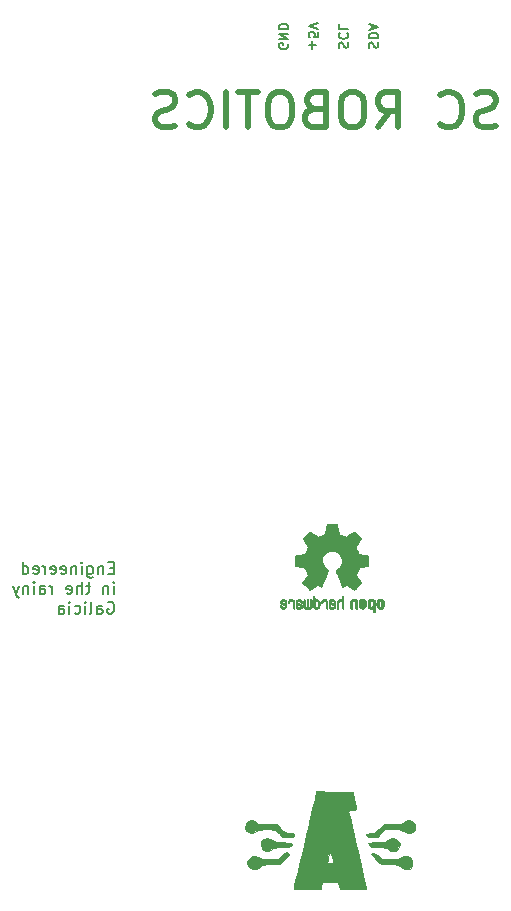
<source format=gbr>
G04 #@! TF.GenerationSoftware,KiCad,Pcbnew,(5.1.5)-3*
G04 #@! TF.CreationDate,2020-01-13T17:27:11+01:00*
G04 #@! TF.ProjectId,MPPT PCB,4d505054-2050-4434-922e-6b696361645f,rev?*
G04 #@! TF.SameCoordinates,Original*
G04 #@! TF.FileFunction,Legend,Bot*
G04 #@! TF.FilePolarity,Positive*
%FSLAX46Y46*%
G04 Gerber Fmt 4.6, Leading zero omitted, Abs format (unit mm)*
G04 Created by KiCad (PCBNEW (5.1.5)-3) date 2020-01-13 17:27:11*
%MOMM*%
%LPD*%
G04 APERTURE LIST*
%ADD10C,0.180000*%
%ADD11C,0.200000*%
%ADD12C,0.500000*%
%ADD13C,0.010000*%
G04 APERTURE END LIST*
D10*
X129184904Y-87148571D02*
X128851571Y-87148571D01*
X128708714Y-87672380D02*
X129184904Y-87672380D01*
X129184904Y-86672380D01*
X128708714Y-86672380D01*
X128280142Y-87005714D02*
X128280142Y-87672380D01*
X128280142Y-87100952D02*
X128232523Y-87053333D01*
X128137285Y-87005714D01*
X127994428Y-87005714D01*
X127899190Y-87053333D01*
X127851571Y-87148571D01*
X127851571Y-87672380D01*
X126946809Y-87005714D02*
X126946809Y-87815238D01*
X126994428Y-87910476D01*
X127042047Y-87958095D01*
X127137285Y-88005714D01*
X127280142Y-88005714D01*
X127375380Y-87958095D01*
X126946809Y-87624761D02*
X127042047Y-87672380D01*
X127232523Y-87672380D01*
X127327761Y-87624761D01*
X127375380Y-87577142D01*
X127423000Y-87481904D01*
X127423000Y-87196190D01*
X127375380Y-87100952D01*
X127327761Y-87053333D01*
X127232523Y-87005714D01*
X127042047Y-87005714D01*
X126946809Y-87053333D01*
X126470619Y-87672380D02*
X126470619Y-87005714D01*
X126470619Y-86672380D02*
X126518238Y-86720000D01*
X126470619Y-86767619D01*
X126423000Y-86720000D01*
X126470619Y-86672380D01*
X126470619Y-86767619D01*
X125994428Y-87005714D02*
X125994428Y-87672380D01*
X125994428Y-87100952D02*
X125946809Y-87053333D01*
X125851571Y-87005714D01*
X125708714Y-87005714D01*
X125613476Y-87053333D01*
X125565857Y-87148571D01*
X125565857Y-87672380D01*
X124708714Y-87624761D02*
X124803952Y-87672380D01*
X124994428Y-87672380D01*
X125089666Y-87624761D01*
X125137285Y-87529523D01*
X125137285Y-87148571D01*
X125089666Y-87053333D01*
X124994428Y-87005714D01*
X124803952Y-87005714D01*
X124708714Y-87053333D01*
X124661095Y-87148571D01*
X124661095Y-87243809D01*
X125137285Y-87339047D01*
X123851571Y-87624761D02*
X123946809Y-87672380D01*
X124137285Y-87672380D01*
X124232523Y-87624761D01*
X124280142Y-87529523D01*
X124280142Y-87148571D01*
X124232523Y-87053333D01*
X124137285Y-87005714D01*
X123946809Y-87005714D01*
X123851571Y-87053333D01*
X123803952Y-87148571D01*
X123803952Y-87243809D01*
X124280142Y-87339047D01*
X123375380Y-87672380D02*
X123375380Y-87005714D01*
X123375380Y-87196190D02*
X123327761Y-87100952D01*
X123280142Y-87053333D01*
X123184904Y-87005714D01*
X123089666Y-87005714D01*
X122375380Y-87624761D02*
X122470619Y-87672380D01*
X122661095Y-87672380D01*
X122756333Y-87624761D01*
X122803952Y-87529523D01*
X122803952Y-87148571D01*
X122756333Y-87053333D01*
X122661095Y-87005714D01*
X122470619Y-87005714D01*
X122375380Y-87053333D01*
X122327761Y-87148571D01*
X122327761Y-87243809D01*
X122803952Y-87339047D01*
X121470619Y-87672380D02*
X121470619Y-86672380D01*
X121470619Y-87624761D02*
X121565857Y-87672380D01*
X121756333Y-87672380D01*
X121851571Y-87624761D01*
X121899190Y-87577142D01*
X121946809Y-87481904D01*
X121946809Y-87196190D01*
X121899190Y-87100952D01*
X121851571Y-87053333D01*
X121756333Y-87005714D01*
X121565857Y-87005714D01*
X121470619Y-87053333D01*
X129184904Y-89352380D02*
X129184904Y-88685714D01*
X129184904Y-88352380D02*
X129232523Y-88400000D01*
X129184904Y-88447619D01*
X129137285Y-88400000D01*
X129184904Y-88352380D01*
X129184904Y-88447619D01*
X128708714Y-88685714D02*
X128708714Y-89352380D01*
X128708714Y-88780952D02*
X128661095Y-88733333D01*
X128565857Y-88685714D01*
X128423000Y-88685714D01*
X128327761Y-88733333D01*
X128280142Y-88828571D01*
X128280142Y-89352380D01*
X127184904Y-88685714D02*
X126803952Y-88685714D01*
X127042047Y-88352380D02*
X127042047Y-89209523D01*
X126994428Y-89304761D01*
X126899190Y-89352380D01*
X126803952Y-89352380D01*
X126470619Y-89352380D02*
X126470619Y-88352380D01*
X126042047Y-89352380D02*
X126042047Y-88828571D01*
X126089666Y-88733333D01*
X126184904Y-88685714D01*
X126327761Y-88685714D01*
X126423000Y-88733333D01*
X126470619Y-88780952D01*
X125184904Y-89304761D02*
X125280142Y-89352380D01*
X125470619Y-89352380D01*
X125565857Y-89304761D01*
X125613476Y-89209523D01*
X125613476Y-88828571D01*
X125565857Y-88733333D01*
X125470619Y-88685714D01*
X125280142Y-88685714D01*
X125184904Y-88733333D01*
X125137285Y-88828571D01*
X125137285Y-88923809D01*
X125613476Y-89019047D01*
X123946809Y-89352380D02*
X123946809Y-88685714D01*
X123946809Y-88876190D02*
X123899190Y-88780952D01*
X123851571Y-88733333D01*
X123756333Y-88685714D01*
X123661095Y-88685714D01*
X122899190Y-89352380D02*
X122899190Y-88828571D01*
X122946809Y-88733333D01*
X123042047Y-88685714D01*
X123232523Y-88685714D01*
X123327761Y-88733333D01*
X122899190Y-89304761D02*
X122994428Y-89352380D01*
X123232523Y-89352380D01*
X123327761Y-89304761D01*
X123375380Y-89209523D01*
X123375380Y-89114285D01*
X123327761Y-89019047D01*
X123232523Y-88971428D01*
X122994428Y-88971428D01*
X122899190Y-88923809D01*
X122423000Y-89352380D02*
X122423000Y-88685714D01*
X122423000Y-88352380D02*
X122470619Y-88400000D01*
X122423000Y-88447619D01*
X122375380Y-88400000D01*
X122423000Y-88352380D01*
X122423000Y-88447619D01*
X121946809Y-88685714D02*
X121946809Y-89352380D01*
X121946809Y-88780952D02*
X121899190Y-88733333D01*
X121803952Y-88685714D01*
X121661095Y-88685714D01*
X121565857Y-88733333D01*
X121518238Y-88828571D01*
X121518238Y-89352380D01*
X121137285Y-88685714D02*
X120899190Y-89352380D01*
X120661095Y-88685714D02*
X120899190Y-89352380D01*
X120994428Y-89590476D01*
X121042047Y-89638095D01*
X121137285Y-89685714D01*
X128661095Y-90080000D02*
X128756333Y-90032380D01*
X128899190Y-90032380D01*
X129042047Y-90080000D01*
X129137285Y-90175238D01*
X129184904Y-90270476D01*
X129232523Y-90460952D01*
X129232523Y-90603809D01*
X129184904Y-90794285D01*
X129137285Y-90889523D01*
X129042047Y-90984761D01*
X128899190Y-91032380D01*
X128803952Y-91032380D01*
X128661095Y-90984761D01*
X128613476Y-90937142D01*
X128613476Y-90603809D01*
X128803952Y-90603809D01*
X127756333Y-91032380D02*
X127756333Y-90508571D01*
X127803952Y-90413333D01*
X127899190Y-90365714D01*
X128089666Y-90365714D01*
X128184904Y-90413333D01*
X127756333Y-90984761D02*
X127851571Y-91032380D01*
X128089666Y-91032380D01*
X128184904Y-90984761D01*
X128232523Y-90889523D01*
X128232523Y-90794285D01*
X128184904Y-90699047D01*
X128089666Y-90651428D01*
X127851571Y-90651428D01*
X127756333Y-90603809D01*
X127137285Y-91032380D02*
X127232523Y-90984761D01*
X127280142Y-90889523D01*
X127280142Y-90032380D01*
X126756333Y-91032380D02*
X126756333Y-90365714D01*
X126756333Y-90032380D02*
X126803952Y-90080000D01*
X126756333Y-90127619D01*
X126708714Y-90080000D01*
X126756333Y-90032380D01*
X126756333Y-90127619D01*
X125851571Y-90984761D02*
X125946809Y-91032380D01*
X126137285Y-91032380D01*
X126232523Y-90984761D01*
X126280142Y-90937142D01*
X126327761Y-90841904D01*
X126327761Y-90556190D01*
X126280142Y-90460952D01*
X126232523Y-90413333D01*
X126137285Y-90365714D01*
X125946809Y-90365714D01*
X125851571Y-90413333D01*
X125423000Y-91032380D02*
X125423000Y-90365714D01*
X125423000Y-90032380D02*
X125470619Y-90080000D01*
X125423000Y-90127619D01*
X125375380Y-90080000D01*
X125423000Y-90032380D01*
X125423000Y-90127619D01*
X124518238Y-91032380D02*
X124518238Y-90508571D01*
X124565857Y-90413333D01*
X124661095Y-90365714D01*
X124851571Y-90365714D01*
X124946809Y-90413333D01*
X124518238Y-90984761D02*
X124613476Y-91032380D01*
X124851571Y-91032380D01*
X124946809Y-90984761D01*
X124994428Y-90889523D01*
X124994428Y-90794285D01*
X124946809Y-90699047D01*
X124851571Y-90651428D01*
X124613476Y-90651428D01*
X124518238Y-90603809D01*
D11*
X143910000Y-42773523D02*
X143948095Y-42849714D01*
X143948095Y-42964000D01*
X143910000Y-43078285D01*
X143833809Y-43154476D01*
X143757619Y-43192571D01*
X143605238Y-43230666D01*
X143490952Y-43230666D01*
X143338571Y-43192571D01*
X143262380Y-43154476D01*
X143186190Y-43078285D01*
X143148095Y-42964000D01*
X143148095Y-42887809D01*
X143186190Y-42773523D01*
X143224285Y-42735428D01*
X143490952Y-42735428D01*
X143490952Y-42887809D01*
X143148095Y-42392571D02*
X143948095Y-42392571D01*
X143148095Y-41935428D01*
X143948095Y-41935428D01*
X143148095Y-41554476D02*
X143948095Y-41554476D01*
X143948095Y-41364000D01*
X143910000Y-41249714D01*
X143833809Y-41173523D01*
X143757619Y-41135428D01*
X143605238Y-41097333D01*
X143490952Y-41097333D01*
X143338571Y-41135428D01*
X143262380Y-41173523D01*
X143186190Y-41249714D01*
X143148095Y-41364000D01*
X143148095Y-41554476D01*
X145992857Y-43192571D02*
X145992857Y-42583047D01*
X145688095Y-42887809D02*
X146297619Y-42887809D01*
X146488095Y-41821142D02*
X146488095Y-42202095D01*
X146107142Y-42240190D01*
X146145238Y-42202095D01*
X146183333Y-42125904D01*
X146183333Y-41935428D01*
X146145238Y-41859238D01*
X146107142Y-41821142D01*
X146030952Y-41783047D01*
X145840476Y-41783047D01*
X145764285Y-41821142D01*
X145726190Y-41859238D01*
X145688095Y-41935428D01*
X145688095Y-42125904D01*
X145726190Y-42202095D01*
X145764285Y-42240190D01*
X146488095Y-41554476D02*
X145688095Y-41287809D01*
X146488095Y-41021142D01*
X148266190Y-43116380D02*
X148228095Y-43002095D01*
X148228095Y-42811619D01*
X148266190Y-42735428D01*
X148304285Y-42697333D01*
X148380476Y-42659238D01*
X148456666Y-42659238D01*
X148532857Y-42697333D01*
X148570952Y-42735428D01*
X148609047Y-42811619D01*
X148647142Y-42964000D01*
X148685238Y-43040190D01*
X148723333Y-43078285D01*
X148799523Y-43116380D01*
X148875714Y-43116380D01*
X148951904Y-43078285D01*
X148990000Y-43040190D01*
X149028095Y-42964000D01*
X149028095Y-42773523D01*
X148990000Y-42659238D01*
X148304285Y-41859238D02*
X148266190Y-41897333D01*
X148228095Y-42011619D01*
X148228095Y-42087809D01*
X148266190Y-42202095D01*
X148342380Y-42278285D01*
X148418571Y-42316380D01*
X148570952Y-42354476D01*
X148685238Y-42354476D01*
X148837619Y-42316380D01*
X148913809Y-42278285D01*
X148990000Y-42202095D01*
X149028095Y-42087809D01*
X149028095Y-42011619D01*
X148990000Y-41897333D01*
X148951904Y-41859238D01*
X148228095Y-41135428D02*
X148228095Y-41516380D01*
X149028095Y-41516380D01*
X150806190Y-43135428D02*
X150768095Y-43021142D01*
X150768095Y-42830666D01*
X150806190Y-42754476D01*
X150844285Y-42716380D01*
X150920476Y-42678285D01*
X150996666Y-42678285D01*
X151072857Y-42716380D01*
X151110952Y-42754476D01*
X151149047Y-42830666D01*
X151187142Y-42983047D01*
X151225238Y-43059238D01*
X151263333Y-43097333D01*
X151339523Y-43135428D01*
X151415714Y-43135428D01*
X151491904Y-43097333D01*
X151530000Y-43059238D01*
X151568095Y-42983047D01*
X151568095Y-42792571D01*
X151530000Y-42678285D01*
X150768095Y-42335428D02*
X151568095Y-42335428D01*
X151568095Y-42144952D01*
X151530000Y-42030666D01*
X151453809Y-41954476D01*
X151377619Y-41916380D01*
X151225238Y-41878285D01*
X151110952Y-41878285D01*
X150958571Y-41916380D01*
X150882380Y-41954476D01*
X150806190Y-42030666D01*
X150768095Y-42144952D01*
X150768095Y-42335428D01*
X150996666Y-41573523D02*
X150996666Y-41192571D01*
X150768095Y-41649714D02*
X151568095Y-41383047D01*
X150768095Y-41116380D01*
D12*
X161536571Y-49728285D02*
X161108000Y-49871142D01*
X160393714Y-49871142D01*
X160108000Y-49728285D01*
X159965142Y-49585428D01*
X159822285Y-49299714D01*
X159822285Y-49014000D01*
X159965142Y-48728285D01*
X160108000Y-48585428D01*
X160393714Y-48442571D01*
X160965142Y-48299714D01*
X161250857Y-48156857D01*
X161393714Y-48014000D01*
X161536571Y-47728285D01*
X161536571Y-47442571D01*
X161393714Y-47156857D01*
X161250857Y-47014000D01*
X160965142Y-46871142D01*
X160250857Y-46871142D01*
X159822285Y-47014000D01*
X156822285Y-49585428D02*
X156965142Y-49728285D01*
X157393714Y-49871142D01*
X157679428Y-49871142D01*
X158108000Y-49728285D01*
X158393714Y-49442571D01*
X158536571Y-49156857D01*
X158679428Y-48585428D01*
X158679428Y-48156857D01*
X158536571Y-47585428D01*
X158393714Y-47299714D01*
X158108000Y-47014000D01*
X157679428Y-46871142D01*
X157393714Y-46871142D01*
X156965142Y-47014000D01*
X156822285Y-47156857D01*
X151536571Y-49871142D02*
X152536571Y-48442571D01*
X153250857Y-49871142D02*
X153250857Y-46871142D01*
X152108000Y-46871142D01*
X151822285Y-47014000D01*
X151679428Y-47156857D01*
X151536571Y-47442571D01*
X151536571Y-47871142D01*
X151679428Y-48156857D01*
X151822285Y-48299714D01*
X152108000Y-48442571D01*
X153250857Y-48442571D01*
X149679428Y-46871142D02*
X149108000Y-46871142D01*
X148822285Y-47014000D01*
X148536571Y-47299714D01*
X148393714Y-47871142D01*
X148393714Y-48871142D01*
X148536571Y-49442571D01*
X148822285Y-49728285D01*
X149108000Y-49871142D01*
X149679428Y-49871142D01*
X149965142Y-49728285D01*
X150250857Y-49442571D01*
X150393714Y-48871142D01*
X150393714Y-47871142D01*
X150250857Y-47299714D01*
X149965142Y-47014000D01*
X149679428Y-46871142D01*
X146108000Y-48299714D02*
X145679428Y-48442571D01*
X145536571Y-48585428D01*
X145393714Y-48871142D01*
X145393714Y-49299714D01*
X145536571Y-49585428D01*
X145679428Y-49728285D01*
X145965142Y-49871142D01*
X147108000Y-49871142D01*
X147108000Y-46871142D01*
X146108000Y-46871142D01*
X145822285Y-47014000D01*
X145679428Y-47156857D01*
X145536571Y-47442571D01*
X145536571Y-47728285D01*
X145679428Y-48014000D01*
X145822285Y-48156857D01*
X146108000Y-48299714D01*
X147108000Y-48299714D01*
X143536571Y-46871142D02*
X142965142Y-46871142D01*
X142679428Y-47014000D01*
X142393714Y-47299714D01*
X142250857Y-47871142D01*
X142250857Y-48871142D01*
X142393714Y-49442571D01*
X142679428Y-49728285D01*
X142965142Y-49871142D01*
X143536571Y-49871142D01*
X143822285Y-49728285D01*
X144108000Y-49442571D01*
X144250857Y-48871142D01*
X144250857Y-47871142D01*
X144108000Y-47299714D01*
X143822285Y-47014000D01*
X143536571Y-46871142D01*
X141393714Y-46871142D02*
X139679428Y-46871142D01*
X140536571Y-49871142D02*
X140536571Y-46871142D01*
X138679428Y-49871142D02*
X138679428Y-46871142D01*
X135536571Y-49585428D02*
X135679428Y-49728285D01*
X136108000Y-49871142D01*
X136393714Y-49871142D01*
X136822285Y-49728285D01*
X137108000Y-49442571D01*
X137250857Y-49156857D01*
X137393714Y-48585428D01*
X137393714Y-48156857D01*
X137250857Y-47585428D01*
X137108000Y-47299714D01*
X136822285Y-47014000D01*
X136393714Y-46871142D01*
X136108000Y-46871142D01*
X135679428Y-47014000D01*
X135536571Y-47156857D01*
X134393714Y-49728285D02*
X133965142Y-49871142D01*
X133250857Y-49871142D01*
X132965142Y-49728285D01*
X132822285Y-49585428D01*
X132679428Y-49299714D01*
X132679428Y-49014000D01*
X132822285Y-48728285D01*
X132965142Y-48585428D01*
X133250857Y-48442571D01*
X133822285Y-48299714D01*
X134108000Y-48156857D01*
X134250857Y-48014000D01*
X134393714Y-47728285D01*
X134393714Y-47442571D01*
X134250857Y-47156857D01*
X134108000Y-47014000D01*
X133822285Y-46871142D01*
X133108000Y-46871142D01*
X132679428Y-47014000D01*
D13*
G36*
X140609477Y-108563698D02*
G01*
X140515751Y-108633479D01*
X140335624Y-108868692D01*
X140298298Y-109145374D01*
X140407133Y-109411002D01*
X140462000Y-109474000D01*
X140713702Y-109621329D01*
X140997993Y-109609722D01*
X141247103Y-109474000D01*
X141397739Y-109383146D01*
X141593394Y-109330809D01*
X141881107Y-109307969D01*
X142130338Y-109304667D01*
X142466284Y-109307624D01*
X142684948Y-109328263D01*
X142838385Y-109384236D01*
X142978645Y-109493196D01*
X143129000Y-109643334D01*
X143338586Y-109841723D01*
X143512646Y-109942668D01*
X143724522Y-109978422D01*
X143899124Y-109982000D01*
X144189156Y-109965081D01*
X144345412Y-109908373D01*
X144389941Y-109848075D01*
X144429752Y-109723414D01*
X144398328Y-109663606D01*
X144259367Y-109644826D01*
X144077961Y-109643334D01*
X143857040Y-109627722D01*
X143681610Y-109560843D01*
X143493487Y-109412629D01*
X143340666Y-109262334D01*
X142966743Y-108881334D01*
X142213427Y-108881334D01*
X141841450Y-108876742D01*
X141593184Y-108856577D01*
X141423110Y-108811249D01*
X141285712Y-108731171D01*
X141208559Y-108669667D01*
X140982125Y-108507491D01*
X140802553Y-108473219D01*
X140609477Y-108563698D01*
G37*
X140609477Y-108563698D02*
X140515751Y-108633479D01*
X140335624Y-108868692D01*
X140298298Y-109145374D01*
X140407133Y-109411002D01*
X140462000Y-109474000D01*
X140713702Y-109621329D01*
X140997993Y-109609722D01*
X141247103Y-109474000D01*
X141397739Y-109383146D01*
X141593394Y-109330809D01*
X141881107Y-109307969D01*
X142130338Y-109304667D01*
X142466284Y-109307624D01*
X142684948Y-109328263D01*
X142838385Y-109384236D01*
X142978645Y-109493196D01*
X143129000Y-109643334D01*
X143338586Y-109841723D01*
X143512646Y-109942668D01*
X143724522Y-109978422D01*
X143899124Y-109982000D01*
X144189156Y-109965081D01*
X144345412Y-109908373D01*
X144389941Y-109848075D01*
X144429752Y-109723414D01*
X144398328Y-109663606D01*
X144259367Y-109644826D01*
X144077961Y-109643334D01*
X143857040Y-109627722D01*
X143681610Y-109560843D01*
X143493487Y-109412629D01*
X143340666Y-109262334D01*
X142966743Y-108881334D01*
X142213427Y-108881334D01*
X141841450Y-108876742D01*
X141593184Y-108856577D01*
X141423110Y-108811249D01*
X141285712Y-108731171D01*
X141208559Y-108669667D01*
X140982125Y-108507491D01*
X140802553Y-108473219D01*
X140609477Y-108563698D01*
G36*
X153873156Y-108587330D02*
G01*
X153770107Y-108669667D01*
X153631376Y-108772652D01*
X153484708Y-108835676D01*
X153284583Y-108868327D01*
X152985486Y-108880193D01*
X152765239Y-108881334D01*
X152011923Y-108881334D01*
X151638000Y-109262334D01*
X151412350Y-109477434D01*
X151236407Y-109592447D01*
X151051530Y-109637422D01*
X150894497Y-109643334D01*
X150663119Y-109654706D01*
X150562220Y-109699812D01*
X150553115Y-109791500D01*
X150609098Y-109882958D01*
X150758183Y-109935694D01*
X151037827Y-109962751D01*
X151046156Y-109963177D01*
X151321510Y-109968504D01*
X151503535Y-109930179D01*
X151664535Y-109819267D01*
X151839463Y-109645677D01*
X152167925Y-109304667D01*
X152842108Y-109304667D01*
X153212965Y-109313358D01*
X153461828Y-109345360D01*
X153635419Y-109409570D01*
X153731563Y-109474000D01*
X154005666Y-109612618D01*
X154265954Y-109618523D01*
X154486826Y-109519783D01*
X154642682Y-109344467D01*
X154707920Y-109120643D01*
X154656939Y-108876378D01*
X154480195Y-108653233D01*
X154262635Y-108499927D01*
X154079379Y-108477518D01*
X153873156Y-108587330D01*
G37*
X153873156Y-108587330D02*
X153770107Y-108669667D01*
X153631376Y-108772652D01*
X153484708Y-108835676D01*
X153284583Y-108868327D01*
X152985486Y-108880193D01*
X152765239Y-108881334D01*
X152011923Y-108881334D01*
X151638000Y-109262334D01*
X151412350Y-109477434D01*
X151236407Y-109592447D01*
X151051530Y-109637422D01*
X150894497Y-109643334D01*
X150663119Y-109654706D01*
X150562220Y-109699812D01*
X150553115Y-109791500D01*
X150609098Y-109882958D01*
X150758183Y-109935694D01*
X151037827Y-109962751D01*
X151046156Y-109963177D01*
X151321510Y-109968504D01*
X151503535Y-109930179D01*
X151664535Y-109819267D01*
X151839463Y-109645677D01*
X152167925Y-109304667D01*
X152842108Y-109304667D01*
X153212965Y-109313358D01*
X153461828Y-109345360D01*
X153635419Y-109409570D01*
X153731563Y-109474000D01*
X154005666Y-109612618D01*
X154265954Y-109618523D01*
X154486826Y-109519783D01*
X154642682Y-109344467D01*
X154707920Y-109120643D01*
X154656939Y-108876378D01*
X154480195Y-108653233D01*
X154262635Y-108499927D01*
X154079379Y-108477518D01*
X153873156Y-108587330D01*
G36*
X141907307Y-110087587D02*
G01*
X141748933Y-110168267D01*
X141664167Y-110352963D01*
X141650558Y-110611484D01*
X141703302Y-110866313D01*
X141802167Y-111027211D01*
X142051456Y-111149893D01*
X142333285Y-111139044D01*
X142578666Y-110998000D01*
X142695487Y-110909695D01*
X142856116Y-110857903D01*
X143104260Y-110833852D01*
X143422354Y-110828667D01*
X143770405Y-110822895D01*
X143987365Y-110800297D01*
X144111241Y-110752952D01*
X144180041Y-110672937D01*
X144181375Y-110670466D01*
X144227688Y-110521345D01*
X144212576Y-110458799D01*
X144108446Y-110434022D01*
X143878818Y-110415341D01*
X143567504Y-110405897D01*
X143466678Y-110405334D01*
X143106878Y-110399033D01*
X142874170Y-110374531D01*
X142726595Y-110323426D01*
X142622194Y-110237317D01*
X142621000Y-110236000D01*
X142426758Y-110118354D01*
X142163692Y-110066928D01*
X141907307Y-110087587D01*
G37*
X141907307Y-110087587D02*
X141748933Y-110168267D01*
X141664167Y-110352963D01*
X141650558Y-110611484D01*
X141703302Y-110866313D01*
X141802167Y-111027211D01*
X142051456Y-111149893D01*
X142333285Y-111139044D01*
X142578666Y-110998000D01*
X142695487Y-110909695D01*
X142856116Y-110857903D01*
X143104260Y-110833852D01*
X143422354Y-110828667D01*
X143770405Y-110822895D01*
X143987365Y-110800297D01*
X144111241Y-110752952D01*
X144180041Y-110672937D01*
X144181375Y-110670466D01*
X144227688Y-110521345D01*
X144212576Y-110458799D01*
X144108446Y-110434022D01*
X143878818Y-110415341D01*
X143567504Y-110405897D01*
X143466678Y-110405334D01*
X143106878Y-110399033D01*
X142874170Y-110374531D01*
X142726595Y-110323426D01*
X142622194Y-110237317D01*
X142621000Y-110236000D01*
X142426758Y-110118354D01*
X142163692Y-110066928D01*
X141907307Y-110087587D01*
G36*
X152506787Y-110128617D02*
G01*
X152357666Y-110236000D01*
X152258909Y-110319405D01*
X152120889Y-110370395D01*
X151903777Y-110396447D01*
X151567746Y-110405038D01*
X151455544Y-110405334D01*
X151123142Y-110410342D01*
X150866474Y-110423743D01*
X150723647Y-110443099D01*
X150706666Y-110453233D01*
X150742225Y-110558134D01*
X150794312Y-110664900D01*
X150860076Y-110747145D01*
X150974180Y-110796558D01*
X151174482Y-110821047D01*
X151498838Y-110828518D01*
X151578279Y-110828667D01*
X151931369Y-110833822D01*
X152154394Y-110854791D01*
X152286450Y-110899829D01*
X152366638Y-110977189D01*
X152380351Y-110998000D01*
X152557753Y-111141002D01*
X152801966Y-111173152D01*
X153055023Y-111098072D01*
X153240521Y-110944249D01*
X153363271Y-110742863D01*
X153415964Y-110566499D01*
X153416000Y-110563249D01*
X153339673Y-110342707D01*
X153143965Y-110165819D01*
X152878785Y-110072439D01*
X152794122Y-110066667D01*
X152506787Y-110128617D01*
G37*
X152506787Y-110128617D02*
X152357666Y-110236000D01*
X152258909Y-110319405D01*
X152120889Y-110370395D01*
X151903777Y-110396447D01*
X151567746Y-110405038D01*
X151455544Y-110405334D01*
X151123142Y-110410342D01*
X150866474Y-110423743D01*
X150723647Y-110443099D01*
X150706666Y-110453233D01*
X150742225Y-110558134D01*
X150794312Y-110664900D01*
X150860076Y-110747145D01*
X150974180Y-110796558D01*
X151174482Y-110821047D01*
X151498838Y-110828518D01*
X151578279Y-110828667D01*
X151931369Y-110833822D01*
X152154394Y-110854791D01*
X152286450Y-110899829D01*
X152366638Y-110977189D01*
X152380351Y-110998000D01*
X152557753Y-111141002D01*
X152801966Y-111173152D01*
X153055023Y-111098072D01*
X153240521Y-110944249D01*
X153363271Y-110742863D01*
X153415964Y-110566499D01*
X153416000Y-110563249D01*
X153339673Y-110342707D01*
X153143965Y-110165819D01*
X152878785Y-110072439D01*
X152794122Y-110066667D01*
X152506787Y-110128617D01*
G36*
X143607161Y-111339224D02*
G01*
X143387972Y-111501961D01*
X143340666Y-111548334D01*
X143193265Y-111693232D01*
X143064561Y-111780994D01*
X142906533Y-111825940D01*
X142671159Y-111842390D01*
X142346963Y-111844667D01*
X141968780Y-111836869D01*
X141712563Y-111807687D01*
X141531421Y-111748435D01*
X141404354Y-111670094D01*
X141141429Y-111554990D01*
X140888788Y-111572445D01*
X140673535Y-111692076D01*
X140522775Y-111883499D01*
X140463614Y-112116333D01*
X140523157Y-112360194D01*
X140647298Y-112518702D01*
X140902089Y-112665218D01*
X141179931Y-112688209D01*
X141424394Y-112590177D01*
X141528119Y-112479667D01*
X141604596Y-112379390D01*
X141699620Y-112316914D01*
X141851763Y-112283203D01*
X142099598Y-112269224D01*
X142440237Y-112266038D01*
X143213666Y-112264075D01*
X143615833Y-111880381D01*
X143822825Y-111665331D01*
X143967990Y-111480960D01*
X144018000Y-111374344D01*
X143959807Y-111265749D01*
X143810317Y-111257265D01*
X143607161Y-111339224D01*
G37*
X143607161Y-111339224D02*
X143387972Y-111501961D01*
X143340666Y-111548334D01*
X143193265Y-111693232D01*
X143064561Y-111780994D01*
X142906533Y-111825940D01*
X142671159Y-111842390D01*
X142346963Y-111844667D01*
X141968780Y-111836869D01*
X141712563Y-111807687D01*
X141531421Y-111748435D01*
X141404354Y-111670094D01*
X141141429Y-111554990D01*
X140888788Y-111572445D01*
X140673535Y-111692076D01*
X140522775Y-111883499D01*
X140463614Y-112116333D01*
X140523157Y-112360194D01*
X140647298Y-112518702D01*
X140902089Y-112665218D01*
X141179931Y-112688209D01*
X141424394Y-112590177D01*
X141528119Y-112479667D01*
X141604596Y-112379390D01*
X141699620Y-112316914D01*
X141851763Y-112283203D01*
X142099598Y-112269224D01*
X142440237Y-112266038D01*
X143213666Y-112264075D01*
X143615833Y-111880381D01*
X143822825Y-111665331D01*
X143967990Y-111480960D01*
X144018000Y-111374344D01*
X143959807Y-111265749D01*
X143810317Y-111257265D01*
X143607161Y-111339224D01*
G36*
X151015749Y-111266742D02*
G01*
X150960666Y-111374344D01*
X151018412Y-111492406D01*
X151169204Y-111680433D01*
X151362833Y-111880381D01*
X151765000Y-112264075D01*
X152517291Y-112266038D01*
X152883934Y-112270872D01*
X153123662Y-112289419D01*
X153278841Y-112331221D01*
X153391837Y-112405821D01*
X153465748Y-112479667D01*
X153704509Y-112639994D01*
X153984765Y-112693258D01*
X154234498Y-112625892D01*
X154236203Y-112624814D01*
X154389104Y-112436530D01*
X154444386Y-112164972D01*
X154389590Y-111873227D01*
X154386242Y-111865125D01*
X154212647Y-111620404D01*
X153976113Y-111526573D01*
X153701790Y-111589909D01*
X153581952Y-111664446D01*
X153429683Y-111756315D01*
X153248155Y-111811199D01*
X152990749Y-111837761D01*
X152612273Y-111844667D01*
X152258468Y-111841927D01*
X152026613Y-111824549D01*
X151869326Y-111778799D01*
X151739225Y-111690941D01*
X151590022Y-111548334D01*
X151363402Y-111362187D01*
X151160985Y-111265284D01*
X151015749Y-111266742D01*
G37*
X151015749Y-111266742D02*
X150960666Y-111374344D01*
X151018412Y-111492406D01*
X151169204Y-111680433D01*
X151362833Y-111880381D01*
X151765000Y-112264075D01*
X152517291Y-112266038D01*
X152883934Y-112270872D01*
X153123662Y-112289419D01*
X153278841Y-112331221D01*
X153391837Y-112405821D01*
X153465748Y-112479667D01*
X153704509Y-112639994D01*
X153984765Y-112693258D01*
X154234498Y-112625892D01*
X154236203Y-112624814D01*
X154389104Y-112436530D01*
X154444386Y-112164972D01*
X154389590Y-111873227D01*
X154386242Y-111865125D01*
X154212647Y-111620404D01*
X153976113Y-111526573D01*
X153701790Y-111589909D01*
X153581952Y-111664446D01*
X153429683Y-111756315D01*
X153248155Y-111811199D01*
X152990749Y-111837761D01*
X152612273Y-111844667D01*
X152258468Y-111841927D01*
X152026613Y-111824549D01*
X151869326Y-111778799D01*
X151739225Y-111690941D01*
X151590022Y-111548334D01*
X151363402Y-111362187D01*
X151160985Y-111265284D01*
X151015749Y-111266742D01*
G36*
X146182992Y-106699294D02*
G01*
X146089721Y-107105860D01*
X145981230Y-107574181D01*
X145883480Y-107992334D01*
X145801182Y-108342222D01*
X145693850Y-108798628D01*
X145575201Y-109303230D01*
X145458947Y-109797704D01*
X145455430Y-109812667D01*
X145253803Y-110669721D01*
X145086197Y-111380600D01*
X144948127Y-111964027D01*
X144835113Y-112438727D01*
X144742670Y-112823421D01*
X144666316Y-113136833D01*
X144601568Y-113397687D01*
X144543943Y-113624705D01*
X144526910Y-113690810D01*
X144447867Y-114025053D01*
X144420903Y-114228022D01*
X144443613Y-114328772D01*
X144472371Y-114349715D01*
X144593838Y-114363397D01*
X144847957Y-114371137D01*
X145198133Y-114372411D01*
X145607771Y-114366698D01*
X145628328Y-114366238D01*
X146678931Y-114342334D01*
X146757713Y-114067167D01*
X146836496Y-113792000D01*
X148142171Y-113792000D01*
X148220968Y-114067167D01*
X148299766Y-114342334D01*
X149418549Y-114365958D01*
X149831483Y-114369571D01*
X150175656Y-114362855D01*
X150419917Y-114347155D01*
X150533111Y-114323816D01*
X150537333Y-114317651D01*
X150519683Y-114201551D01*
X150471615Y-113954751D01*
X150400455Y-113611626D01*
X150313525Y-113206551D01*
X150218151Y-112773899D01*
X150121657Y-112348046D01*
X150073540Y-112141000D01*
X150062204Y-112092869D01*
X147727421Y-112092869D01*
X147661240Y-112165374D01*
X147509196Y-112183195D01*
X147482606Y-112183334D01*
X147303889Y-112168659D01*
X147250275Y-112089584D01*
X147270939Y-111929334D01*
X147325625Y-111646607D01*
X147370898Y-111412965D01*
X147422563Y-111246880D01*
X147485709Y-111238666D01*
X147564487Y-111391814D01*
X147644394Y-111642823D01*
X147718289Y-111930434D01*
X147727421Y-112092869D01*
X150062204Y-112092869D01*
X149931407Y-111537561D01*
X149782506Y-110908636D01*
X149632667Y-110278527D01*
X149487715Y-109671535D01*
X149353478Y-109111963D01*
X149235784Y-108624111D01*
X149140460Y-108232282D01*
X149073332Y-107960778D01*
X149043192Y-107844167D01*
X149043956Y-107748708D01*
X149142172Y-107705414D01*
X149346294Y-107696000D01*
X149520591Y-107690869D01*
X149628532Y-107656601D01*
X149675886Y-107564883D01*
X149668419Y-107387402D01*
X149611898Y-107095845D01*
X149535988Y-106764667D01*
X149388250Y-106129667D01*
X147855704Y-106106627D01*
X146323158Y-106083588D01*
X146182992Y-106699294D01*
G37*
X146182992Y-106699294D02*
X146089721Y-107105860D01*
X145981230Y-107574181D01*
X145883480Y-107992334D01*
X145801182Y-108342222D01*
X145693850Y-108798628D01*
X145575201Y-109303230D01*
X145458947Y-109797704D01*
X145455430Y-109812667D01*
X145253803Y-110669721D01*
X145086197Y-111380600D01*
X144948127Y-111964027D01*
X144835113Y-112438727D01*
X144742670Y-112823421D01*
X144666316Y-113136833D01*
X144601568Y-113397687D01*
X144543943Y-113624705D01*
X144526910Y-113690810D01*
X144447867Y-114025053D01*
X144420903Y-114228022D01*
X144443613Y-114328772D01*
X144472371Y-114349715D01*
X144593838Y-114363397D01*
X144847957Y-114371137D01*
X145198133Y-114372411D01*
X145607771Y-114366698D01*
X145628328Y-114366238D01*
X146678931Y-114342334D01*
X146757713Y-114067167D01*
X146836496Y-113792000D01*
X148142171Y-113792000D01*
X148220968Y-114067167D01*
X148299766Y-114342334D01*
X149418549Y-114365958D01*
X149831483Y-114369571D01*
X150175656Y-114362855D01*
X150419917Y-114347155D01*
X150533111Y-114323816D01*
X150537333Y-114317651D01*
X150519683Y-114201551D01*
X150471615Y-113954751D01*
X150400455Y-113611626D01*
X150313525Y-113206551D01*
X150218151Y-112773899D01*
X150121657Y-112348046D01*
X150073540Y-112141000D01*
X150062204Y-112092869D01*
X147727421Y-112092869D01*
X147661240Y-112165374D01*
X147509196Y-112183195D01*
X147482606Y-112183334D01*
X147303889Y-112168659D01*
X147250275Y-112089584D01*
X147270939Y-111929334D01*
X147325625Y-111646607D01*
X147370898Y-111412965D01*
X147422563Y-111246880D01*
X147485709Y-111238666D01*
X147564487Y-111391814D01*
X147644394Y-111642823D01*
X147718289Y-111930434D01*
X147727421Y-112092869D01*
X150062204Y-112092869D01*
X149931407Y-111537561D01*
X149782506Y-110908636D01*
X149632667Y-110278527D01*
X149487715Y-109671535D01*
X149353478Y-109111963D01*
X149235784Y-108624111D01*
X149140460Y-108232282D01*
X149073332Y-107960778D01*
X149043192Y-107844167D01*
X149043956Y-107748708D01*
X149142172Y-107705414D01*
X149346294Y-107696000D01*
X149520591Y-107690869D01*
X149628532Y-107656601D01*
X149675886Y-107564883D01*
X149668419Y-107387402D01*
X149611898Y-107095845D01*
X149535988Y-106764667D01*
X149388250Y-106129667D01*
X147855704Y-106106627D01*
X146323158Y-106083588D01*
X146182992Y-106699294D01*
G36*
X147497622Y-83473276D02*
G01*
X147391888Y-83473855D01*
X147315368Y-83475422D01*
X147263128Y-83478472D01*
X147230237Y-83483496D01*
X147211763Y-83490989D01*
X147202773Y-83501444D01*
X147198337Y-83515353D01*
X147197906Y-83517154D01*
X147191167Y-83549645D01*
X147178692Y-83613752D01*
X147161781Y-83702651D01*
X147141729Y-83809519D01*
X147119836Y-83927533D01*
X147119071Y-83931678D01*
X147097141Y-84047331D01*
X147076623Y-84149514D01*
X147058841Y-84232098D01*
X147045119Y-84288956D01*
X147036782Y-84313958D01*
X147036384Y-84314401D01*
X147011823Y-84326610D01*
X146961185Y-84346956D01*
X146895405Y-84371045D01*
X146895039Y-84371174D01*
X146812183Y-84402318D01*
X146714500Y-84441991D01*
X146622423Y-84481881D01*
X146618066Y-84483853D01*
X146468093Y-84551920D01*
X146136002Y-84325139D01*
X146034126Y-84256004D01*
X145941843Y-84194197D01*
X145864497Y-84143233D01*
X145807436Y-84106627D01*
X145776005Y-84087894D01*
X145773021Y-84086504D01*
X145750179Y-84092690D01*
X145707518Y-84122535D01*
X145643372Y-84177447D01*
X145556079Y-84258834D01*
X145466965Y-84345422D01*
X145381059Y-84430747D01*
X145304173Y-84508608D01*
X145240936Y-84574197D01*
X145195977Y-84622705D01*
X145173924Y-84649325D01*
X145173104Y-84650695D01*
X145170666Y-84668963D01*
X145179850Y-84698795D01*
X145202926Y-84744221D01*
X145242163Y-84809270D01*
X145299830Y-84897970D01*
X145376705Y-85012157D01*
X145444930Y-85112662D01*
X145505918Y-85202803D01*
X145556144Y-85277349D01*
X145592084Y-85331065D01*
X145610213Y-85358718D01*
X145611354Y-85360595D01*
X145609141Y-85387090D01*
X145592362Y-85438586D01*
X145564358Y-85505351D01*
X145554378Y-85526672D01*
X145510828Y-85621659D01*
X145464366Y-85729437D01*
X145426623Y-85822692D01*
X145399427Y-85891906D01*
X145377825Y-85944506D01*
X145365342Y-85971997D01*
X145363791Y-85974116D01*
X145340832Y-85977624D01*
X145286714Y-85987238D01*
X145208632Y-86001589D01*
X145113781Y-86019307D01*
X145009357Y-86039025D01*
X144902556Y-86059374D01*
X144800574Y-86078986D01*
X144710606Y-86096491D01*
X144639847Y-86110522D01*
X144595494Y-86119709D01*
X144584615Y-86122307D01*
X144573378Y-86128718D01*
X144564895Y-86143197D01*
X144558786Y-86170633D01*
X144554668Y-86215911D01*
X144552159Y-86283920D01*
X144550879Y-86379547D01*
X144550446Y-86507680D01*
X144550423Y-86560201D01*
X144550423Y-86987345D01*
X144653000Y-87007591D01*
X144710069Y-87018570D01*
X144795231Y-87034595D01*
X144898128Y-87053733D01*
X145008404Y-87074051D01*
X145038885Y-87079632D01*
X145140645Y-87099417D01*
X145229295Y-87118873D01*
X145297392Y-87136197D01*
X145337496Y-87149588D01*
X145344177Y-87153579D01*
X145360581Y-87181842D01*
X145384101Y-87236609D01*
X145410184Y-87307088D01*
X145415358Y-87322269D01*
X145449544Y-87416396D01*
X145491977Y-87522601D01*
X145533503Y-87617973D01*
X145533708Y-87618416D01*
X145602860Y-87768025D01*
X145147988Y-88437117D01*
X145440000Y-88729616D01*
X145528320Y-88816670D01*
X145608875Y-88893409D01*
X145677140Y-88955737D01*
X145728592Y-88999556D01*
X145758706Y-89020770D01*
X145763026Y-89022116D01*
X145788389Y-89011516D01*
X145840142Y-88982047D01*
X145912632Y-88937205D01*
X146000206Y-88880484D01*
X146094888Y-88816962D01*
X146190984Y-88752168D01*
X146276663Y-88695787D01*
X146346484Y-88651288D01*
X146395006Y-88622139D01*
X146416718Y-88611808D01*
X146443207Y-88620550D01*
X146493438Y-88643587D01*
X146557049Y-88676131D01*
X146563792Y-88679749D01*
X146649454Y-88722710D01*
X146708194Y-88743779D01*
X146744728Y-88744003D01*
X146763769Y-88724428D01*
X146763880Y-88724154D01*
X146773398Y-88700972D01*
X146796097Y-88645941D01*
X146830218Y-88563322D01*
X146874000Y-88457372D01*
X146925684Y-88332352D01*
X146983508Y-88192520D01*
X147039509Y-88057137D01*
X147101053Y-87907734D01*
X147157561Y-87769332D01*
X147207339Y-87646173D01*
X147248694Y-87542502D01*
X147279932Y-87462559D01*
X147299359Y-87410588D01*
X147305346Y-87391192D01*
X147290332Y-87368943D01*
X147251061Y-87333482D01*
X147198693Y-87294387D01*
X147049559Y-87170745D01*
X146932989Y-87029022D01*
X146850382Y-86872204D01*
X146803134Y-86703275D01*
X146792643Y-86525222D01*
X146800269Y-86443039D01*
X146841818Y-86272531D01*
X146913377Y-86121959D01*
X147010505Y-85992809D01*
X147128766Y-85886564D01*
X147263720Y-85804710D01*
X147410929Y-85748732D01*
X147565956Y-85720115D01*
X147724361Y-85720344D01*
X147881706Y-85750905D01*
X148033554Y-85813282D01*
X148175465Y-85908960D01*
X148234697Y-85963072D01*
X148348297Y-86102020D01*
X148427394Y-86253861D01*
X148472514Y-86414167D01*
X148484184Y-86578512D01*
X148462931Y-86742471D01*
X148409280Y-86901618D01*
X148323760Y-87051525D01*
X148206895Y-87187767D01*
X148076307Y-87294387D01*
X148021912Y-87335142D01*
X147983486Y-87370218D01*
X147969654Y-87391226D01*
X147976897Y-87414135D01*
X147997495Y-87468865D01*
X148029754Y-87551172D01*
X148071979Y-87656815D01*
X148122477Y-87781550D01*
X148179552Y-87921136D01*
X148235646Y-88057170D01*
X148297533Y-88206701D01*
X148354856Y-88345267D01*
X148405856Y-88468607D01*
X148448773Y-88572464D01*
X148481847Y-88652580D01*
X148503319Y-88704695D01*
X148511275Y-88724154D01*
X148530071Y-88743923D01*
X148566426Y-88743865D01*
X148625021Y-88722941D01*
X148710532Y-88680113D01*
X148711208Y-88679749D01*
X148775593Y-88646512D01*
X148827639Y-88622302D01*
X148856988Y-88611904D01*
X148858283Y-88611808D01*
X148880376Y-88622355D01*
X148929152Y-88651684D01*
X148999169Y-88696327D01*
X149084986Y-88752814D01*
X149180112Y-88816962D01*
X149276960Y-88881911D01*
X149364247Y-88938396D01*
X149436319Y-88982921D01*
X149487523Y-89011990D01*
X149511974Y-89022116D01*
X149534490Y-89008807D01*
X149579758Y-88971612D01*
X149643256Y-88914628D01*
X149720461Y-88841949D01*
X149806849Y-88757671D01*
X149835101Y-88729516D01*
X150127213Y-88436916D01*
X149904869Y-88110604D01*
X149837298Y-88010397D01*
X149777993Y-87920463D01*
X149730283Y-87846010D01*
X149697493Y-87792251D01*
X149682952Y-87764394D01*
X149682526Y-87762412D01*
X149690192Y-87736155D01*
X149710811Y-87683337D01*
X149740815Y-87612810D01*
X149761875Y-87565593D01*
X149801252Y-87475194D01*
X149838335Y-87383866D01*
X149867085Y-87306700D01*
X149874895Y-87283192D01*
X149897083Y-87220416D01*
X149918773Y-87171911D01*
X149930687Y-87153579D01*
X149956977Y-87142359D01*
X150014358Y-87126454D01*
X150095382Y-87107667D01*
X150192605Y-87087799D01*
X150236115Y-87079632D01*
X150346604Y-87059329D01*
X150452584Y-87039670D01*
X150543699Y-87022588D01*
X150609592Y-87010018D01*
X150622000Y-87007591D01*
X150724577Y-86987345D01*
X150724577Y-86560201D01*
X150724347Y-86419746D01*
X150723401Y-86313479D01*
X150721359Y-86236513D01*
X150717838Y-86183960D01*
X150712457Y-86150933D01*
X150704834Y-86132545D01*
X150694588Y-86123908D01*
X150690385Y-86122307D01*
X150665030Y-86116627D01*
X150609016Y-86105295D01*
X150529536Y-86089679D01*
X150433788Y-86071147D01*
X150328967Y-86051069D01*
X150222268Y-86030812D01*
X150120887Y-86011746D01*
X150032021Y-85995239D01*
X149962863Y-85982659D01*
X149920611Y-85975375D01*
X149911210Y-85974116D01*
X149902693Y-85957263D01*
X149883840Y-85912370D01*
X149858176Y-85847930D01*
X149848377Y-85822692D01*
X149808852Y-85725186D01*
X149762308Y-85617459D01*
X149720623Y-85526672D01*
X149689950Y-85457253D01*
X149669544Y-85400210D01*
X149662732Y-85365277D01*
X149663818Y-85360595D01*
X149678215Y-85338491D01*
X149711088Y-85289331D01*
X149758910Y-85218348D01*
X149818152Y-85130778D01*
X149885285Y-85031857D01*
X149898559Y-85012330D01*
X149976454Y-84896640D01*
X150033713Y-84808544D01*
X150072619Y-84743986D01*
X150095456Y-84698911D01*
X150104506Y-84669263D01*
X150102052Y-84650985D01*
X150101989Y-84650869D01*
X150082673Y-84626861D01*
X150039949Y-84580447D01*
X149978449Y-84516437D01*
X149902802Y-84439645D01*
X149817639Y-84354882D01*
X149808035Y-84345422D01*
X149700710Y-84241489D01*
X149617885Y-84165175D01*
X149557895Y-84115071D01*
X149519077Y-84089770D01*
X149501980Y-84086504D01*
X149477027Y-84100750D01*
X149425245Y-84133656D01*
X149351980Y-84181708D01*
X149262580Y-84241390D01*
X149162389Y-84309188D01*
X149138999Y-84325139D01*
X148806907Y-84551920D01*
X148656935Y-84483853D01*
X148565730Y-84444185D01*
X148467831Y-84404291D01*
X148383669Y-84372483D01*
X148379962Y-84371174D01*
X148314131Y-84347076D01*
X148263384Y-84326700D01*
X148238658Y-84314436D01*
X148238616Y-84314401D01*
X148230771Y-84292234D01*
X148217434Y-84237717D01*
X148199930Y-84156980D01*
X148179583Y-84056150D01*
X148157718Y-83941356D01*
X148155929Y-83931678D01*
X148133996Y-83813404D01*
X148113860Y-83706042D01*
X148096820Y-83616417D01*
X148084172Y-83551351D01*
X148077216Y-83517668D01*
X148077094Y-83517154D01*
X148072861Y-83502825D01*
X148064629Y-83492007D01*
X148047467Y-83484206D01*
X148016442Y-83478929D01*
X147966622Y-83475682D01*
X147893076Y-83473972D01*
X147790871Y-83473307D01*
X147655075Y-83473193D01*
X147637500Y-83473192D01*
X147497622Y-83473276D01*
G37*
X147497622Y-83473276D02*
X147391888Y-83473855D01*
X147315368Y-83475422D01*
X147263128Y-83478472D01*
X147230237Y-83483496D01*
X147211763Y-83490989D01*
X147202773Y-83501444D01*
X147198337Y-83515353D01*
X147197906Y-83517154D01*
X147191167Y-83549645D01*
X147178692Y-83613752D01*
X147161781Y-83702651D01*
X147141729Y-83809519D01*
X147119836Y-83927533D01*
X147119071Y-83931678D01*
X147097141Y-84047331D01*
X147076623Y-84149514D01*
X147058841Y-84232098D01*
X147045119Y-84288956D01*
X147036782Y-84313958D01*
X147036384Y-84314401D01*
X147011823Y-84326610D01*
X146961185Y-84346956D01*
X146895405Y-84371045D01*
X146895039Y-84371174D01*
X146812183Y-84402318D01*
X146714500Y-84441991D01*
X146622423Y-84481881D01*
X146618066Y-84483853D01*
X146468093Y-84551920D01*
X146136002Y-84325139D01*
X146034126Y-84256004D01*
X145941843Y-84194197D01*
X145864497Y-84143233D01*
X145807436Y-84106627D01*
X145776005Y-84087894D01*
X145773021Y-84086504D01*
X145750179Y-84092690D01*
X145707518Y-84122535D01*
X145643372Y-84177447D01*
X145556079Y-84258834D01*
X145466965Y-84345422D01*
X145381059Y-84430747D01*
X145304173Y-84508608D01*
X145240936Y-84574197D01*
X145195977Y-84622705D01*
X145173924Y-84649325D01*
X145173104Y-84650695D01*
X145170666Y-84668963D01*
X145179850Y-84698795D01*
X145202926Y-84744221D01*
X145242163Y-84809270D01*
X145299830Y-84897970D01*
X145376705Y-85012157D01*
X145444930Y-85112662D01*
X145505918Y-85202803D01*
X145556144Y-85277349D01*
X145592084Y-85331065D01*
X145610213Y-85358718D01*
X145611354Y-85360595D01*
X145609141Y-85387090D01*
X145592362Y-85438586D01*
X145564358Y-85505351D01*
X145554378Y-85526672D01*
X145510828Y-85621659D01*
X145464366Y-85729437D01*
X145426623Y-85822692D01*
X145399427Y-85891906D01*
X145377825Y-85944506D01*
X145365342Y-85971997D01*
X145363791Y-85974116D01*
X145340832Y-85977624D01*
X145286714Y-85987238D01*
X145208632Y-86001589D01*
X145113781Y-86019307D01*
X145009357Y-86039025D01*
X144902556Y-86059374D01*
X144800574Y-86078986D01*
X144710606Y-86096491D01*
X144639847Y-86110522D01*
X144595494Y-86119709D01*
X144584615Y-86122307D01*
X144573378Y-86128718D01*
X144564895Y-86143197D01*
X144558786Y-86170633D01*
X144554668Y-86215911D01*
X144552159Y-86283920D01*
X144550879Y-86379547D01*
X144550446Y-86507680D01*
X144550423Y-86560201D01*
X144550423Y-86987345D01*
X144653000Y-87007591D01*
X144710069Y-87018570D01*
X144795231Y-87034595D01*
X144898128Y-87053733D01*
X145008404Y-87074051D01*
X145038885Y-87079632D01*
X145140645Y-87099417D01*
X145229295Y-87118873D01*
X145297392Y-87136197D01*
X145337496Y-87149588D01*
X145344177Y-87153579D01*
X145360581Y-87181842D01*
X145384101Y-87236609D01*
X145410184Y-87307088D01*
X145415358Y-87322269D01*
X145449544Y-87416396D01*
X145491977Y-87522601D01*
X145533503Y-87617973D01*
X145533708Y-87618416D01*
X145602860Y-87768025D01*
X145147988Y-88437117D01*
X145440000Y-88729616D01*
X145528320Y-88816670D01*
X145608875Y-88893409D01*
X145677140Y-88955737D01*
X145728592Y-88999556D01*
X145758706Y-89020770D01*
X145763026Y-89022116D01*
X145788389Y-89011516D01*
X145840142Y-88982047D01*
X145912632Y-88937205D01*
X146000206Y-88880484D01*
X146094888Y-88816962D01*
X146190984Y-88752168D01*
X146276663Y-88695787D01*
X146346484Y-88651288D01*
X146395006Y-88622139D01*
X146416718Y-88611808D01*
X146443207Y-88620550D01*
X146493438Y-88643587D01*
X146557049Y-88676131D01*
X146563792Y-88679749D01*
X146649454Y-88722710D01*
X146708194Y-88743779D01*
X146744728Y-88744003D01*
X146763769Y-88724428D01*
X146763880Y-88724154D01*
X146773398Y-88700972D01*
X146796097Y-88645941D01*
X146830218Y-88563322D01*
X146874000Y-88457372D01*
X146925684Y-88332352D01*
X146983508Y-88192520D01*
X147039509Y-88057137D01*
X147101053Y-87907734D01*
X147157561Y-87769332D01*
X147207339Y-87646173D01*
X147248694Y-87542502D01*
X147279932Y-87462559D01*
X147299359Y-87410588D01*
X147305346Y-87391192D01*
X147290332Y-87368943D01*
X147251061Y-87333482D01*
X147198693Y-87294387D01*
X147049559Y-87170745D01*
X146932989Y-87029022D01*
X146850382Y-86872204D01*
X146803134Y-86703275D01*
X146792643Y-86525222D01*
X146800269Y-86443039D01*
X146841818Y-86272531D01*
X146913377Y-86121959D01*
X147010505Y-85992809D01*
X147128766Y-85886564D01*
X147263720Y-85804710D01*
X147410929Y-85748732D01*
X147565956Y-85720115D01*
X147724361Y-85720344D01*
X147881706Y-85750905D01*
X148033554Y-85813282D01*
X148175465Y-85908960D01*
X148234697Y-85963072D01*
X148348297Y-86102020D01*
X148427394Y-86253861D01*
X148472514Y-86414167D01*
X148484184Y-86578512D01*
X148462931Y-86742471D01*
X148409280Y-86901618D01*
X148323760Y-87051525D01*
X148206895Y-87187767D01*
X148076307Y-87294387D01*
X148021912Y-87335142D01*
X147983486Y-87370218D01*
X147969654Y-87391226D01*
X147976897Y-87414135D01*
X147997495Y-87468865D01*
X148029754Y-87551172D01*
X148071979Y-87656815D01*
X148122477Y-87781550D01*
X148179552Y-87921136D01*
X148235646Y-88057170D01*
X148297533Y-88206701D01*
X148354856Y-88345267D01*
X148405856Y-88468607D01*
X148448773Y-88572464D01*
X148481847Y-88652580D01*
X148503319Y-88704695D01*
X148511275Y-88724154D01*
X148530071Y-88743923D01*
X148566426Y-88743865D01*
X148625021Y-88722941D01*
X148710532Y-88680113D01*
X148711208Y-88679749D01*
X148775593Y-88646512D01*
X148827639Y-88622302D01*
X148856988Y-88611904D01*
X148858283Y-88611808D01*
X148880376Y-88622355D01*
X148929152Y-88651684D01*
X148999169Y-88696327D01*
X149084986Y-88752814D01*
X149180112Y-88816962D01*
X149276960Y-88881911D01*
X149364247Y-88938396D01*
X149436319Y-88982921D01*
X149487523Y-89011990D01*
X149511974Y-89022116D01*
X149534490Y-89008807D01*
X149579758Y-88971612D01*
X149643256Y-88914628D01*
X149720461Y-88841949D01*
X149806849Y-88757671D01*
X149835101Y-88729516D01*
X150127213Y-88436916D01*
X149904869Y-88110604D01*
X149837298Y-88010397D01*
X149777993Y-87920463D01*
X149730283Y-87846010D01*
X149697493Y-87792251D01*
X149682952Y-87764394D01*
X149682526Y-87762412D01*
X149690192Y-87736155D01*
X149710811Y-87683337D01*
X149740815Y-87612810D01*
X149761875Y-87565593D01*
X149801252Y-87475194D01*
X149838335Y-87383866D01*
X149867085Y-87306700D01*
X149874895Y-87283192D01*
X149897083Y-87220416D01*
X149918773Y-87171911D01*
X149930687Y-87153579D01*
X149956977Y-87142359D01*
X150014358Y-87126454D01*
X150095382Y-87107667D01*
X150192605Y-87087799D01*
X150236115Y-87079632D01*
X150346604Y-87059329D01*
X150452584Y-87039670D01*
X150543699Y-87022588D01*
X150609592Y-87010018D01*
X150622000Y-87007591D01*
X150724577Y-86987345D01*
X150724577Y-86560201D01*
X150724347Y-86419746D01*
X150723401Y-86313479D01*
X150721359Y-86236513D01*
X150717838Y-86183960D01*
X150712457Y-86150933D01*
X150704834Y-86132545D01*
X150694588Y-86123908D01*
X150690385Y-86122307D01*
X150665030Y-86116627D01*
X150609016Y-86105295D01*
X150529536Y-86089679D01*
X150433788Y-86071147D01*
X150328967Y-86051069D01*
X150222268Y-86030812D01*
X150120887Y-86011746D01*
X150032021Y-85995239D01*
X149962863Y-85982659D01*
X149920611Y-85975375D01*
X149911210Y-85974116D01*
X149902693Y-85957263D01*
X149883840Y-85912370D01*
X149858176Y-85847930D01*
X149848377Y-85822692D01*
X149808852Y-85725186D01*
X149762308Y-85617459D01*
X149720623Y-85526672D01*
X149689950Y-85457253D01*
X149669544Y-85400210D01*
X149662732Y-85365277D01*
X149663818Y-85360595D01*
X149678215Y-85338491D01*
X149711088Y-85289331D01*
X149758910Y-85218348D01*
X149818152Y-85130778D01*
X149885285Y-85031857D01*
X149898559Y-85012330D01*
X149976454Y-84896640D01*
X150033713Y-84808544D01*
X150072619Y-84743986D01*
X150095456Y-84698911D01*
X150104506Y-84669263D01*
X150102052Y-84650985D01*
X150101989Y-84650869D01*
X150082673Y-84626861D01*
X150039949Y-84580447D01*
X149978449Y-84516437D01*
X149902802Y-84439645D01*
X149817639Y-84354882D01*
X149808035Y-84345422D01*
X149700710Y-84241489D01*
X149617885Y-84165175D01*
X149557895Y-84115071D01*
X149519077Y-84089770D01*
X149501980Y-84086504D01*
X149477027Y-84100750D01*
X149425245Y-84133656D01*
X149351980Y-84181708D01*
X149262580Y-84241390D01*
X149162389Y-84309188D01*
X149138999Y-84325139D01*
X148806907Y-84551920D01*
X148656935Y-84483853D01*
X148565730Y-84444185D01*
X148467831Y-84404291D01*
X148383669Y-84372483D01*
X148379962Y-84371174D01*
X148314131Y-84347076D01*
X148263384Y-84326700D01*
X148238658Y-84314436D01*
X148238616Y-84314401D01*
X148230771Y-84292234D01*
X148217434Y-84237717D01*
X148199930Y-84156980D01*
X148179583Y-84056150D01*
X148157718Y-83941356D01*
X148155929Y-83931678D01*
X148133996Y-83813404D01*
X148113860Y-83706042D01*
X148096820Y-83616417D01*
X148084172Y-83551351D01*
X148077216Y-83517668D01*
X148077094Y-83517154D01*
X148072861Y-83502825D01*
X148064629Y-83492007D01*
X148047467Y-83484206D01*
X148016442Y-83478929D01*
X147966622Y-83475682D01*
X147893076Y-83473972D01*
X147790871Y-83473307D01*
X147655075Y-83473193D01*
X147637500Y-83473192D01*
X147497622Y-83473276D01*
G36*
X143392276Y-89833338D02*
G01*
X143314972Y-89883861D01*
X143277686Y-89929090D01*
X143248147Y-90011163D01*
X143245801Y-90076107D01*
X143251115Y-90162945D01*
X143451385Y-90250603D01*
X143548761Y-90295387D01*
X143612387Y-90331413D01*
X143645471Y-90362617D01*
X143651220Y-90392936D01*
X143632842Y-90426305D01*
X143612577Y-90448423D01*
X143553611Y-90483893D01*
X143489476Y-90486379D01*
X143430574Y-90458735D01*
X143387303Y-90403820D01*
X143379564Y-90384428D01*
X143342494Y-90323864D01*
X143299846Y-90298052D01*
X143241346Y-90275971D01*
X143241346Y-90359684D01*
X143246518Y-90416650D01*
X143266777Y-90464689D01*
X143309238Y-90519846D01*
X143315549Y-90527014D01*
X143362780Y-90576085D01*
X143403379Y-90602420D01*
X143454172Y-90614535D01*
X143496280Y-90618503D01*
X143571598Y-90619491D01*
X143625214Y-90606966D01*
X143658662Y-90588369D01*
X143711232Y-90547475D01*
X143747621Y-90503248D01*
X143770650Y-90447626D01*
X143783141Y-90372547D01*
X143787913Y-90269949D01*
X143788294Y-90217876D01*
X143786999Y-90155448D01*
X143669029Y-90155448D01*
X143667661Y-90188938D01*
X143664251Y-90194423D01*
X143641747Y-90186972D01*
X143593318Y-90167253D01*
X143528592Y-90139218D01*
X143515057Y-90133192D01*
X143433256Y-90091596D01*
X143388188Y-90055038D01*
X143378283Y-90020796D01*
X143401974Y-89986148D01*
X143421540Y-89970839D01*
X143492140Y-89940221D01*
X143558220Y-89945280D01*
X143613541Y-89982651D01*
X143651864Y-90048973D01*
X143664151Y-90101616D01*
X143669029Y-90155448D01*
X143786999Y-90155448D01*
X143785770Y-90096220D01*
X143776468Y-90006210D01*
X143758040Y-89940667D01*
X143728140Y-89892412D01*
X143684420Y-89854267D01*
X143665359Y-89841940D01*
X143578774Y-89809836D01*
X143483978Y-89807816D01*
X143392276Y-89833338D01*
G37*
X143392276Y-89833338D02*
X143314972Y-89883861D01*
X143277686Y-89929090D01*
X143248147Y-90011163D01*
X143245801Y-90076107D01*
X143251115Y-90162945D01*
X143451385Y-90250603D01*
X143548761Y-90295387D01*
X143612387Y-90331413D01*
X143645471Y-90362617D01*
X143651220Y-90392936D01*
X143632842Y-90426305D01*
X143612577Y-90448423D01*
X143553611Y-90483893D01*
X143489476Y-90486379D01*
X143430574Y-90458735D01*
X143387303Y-90403820D01*
X143379564Y-90384428D01*
X143342494Y-90323864D01*
X143299846Y-90298052D01*
X143241346Y-90275971D01*
X143241346Y-90359684D01*
X143246518Y-90416650D01*
X143266777Y-90464689D01*
X143309238Y-90519846D01*
X143315549Y-90527014D01*
X143362780Y-90576085D01*
X143403379Y-90602420D01*
X143454172Y-90614535D01*
X143496280Y-90618503D01*
X143571598Y-90619491D01*
X143625214Y-90606966D01*
X143658662Y-90588369D01*
X143711232Y-90547475D01*
X143747621Y-90503248D01*
X143770650Y-90447626D01*
X143783141Y-90372547D01*
X143787913Y-90269949D01*
X143788294Y-90217876D01*
X143786999Y-90155448D01*
X143669029Y-90155448D01*
X143667661Y-90188938D01*
X143664251Y-90194423D01*
X143641747Y-90186972D01*
X143593318Y-90167253D01*
X143528592Y-90139218D01*
X143515057Y-90133192D01*
X143433256Y-90091596D01*
X143388188Y-90055038D01*
X143378283Y-90020796D01*
X143401974Y-89986148D01*
X143421540Y-89970839D01*
X143492140Y-89940221D01*
X143558220Y-89945280D01*
X143613541Y-89982651D01*
X143651864Y-90048973D01*
X143664151Y-90101616D01*
X143669029Y-90155448D01*
X143786999Y-90155448D01*
X143785770Y-90096220D01*
X143776468Y-90006210D01*
X143758040Y-89940667D01*
X143728140Y-89892412D01*
X143684420Y-89854267D01*
X143665359Y-89841940D01*
X143578774Y-89809836D01*
X143483978Y-89807816D01*
X143392276Y-89833338D01*
G36*
X144066693Y-89822282D02*
G01*
X144043339Y-89832488D01*
X143987598Y-89876634D01*
X143939931Y-89940467D01*
X143910452Y-90008587D01*
X143905654Y-90042170D01*
X143921740Y-90089056D01*
X143957025Y-90113865D01*
X143994856Y-90128887D01*
X144012179Y-90131655D01*
X144020614Y-90111566D01*
X144037270Y-90067851D01*
X144044577Y-90048098D01*
X144085552Y-89979771D01*
X144144878Y-89945691D01*
X144220948Y-89946739D01*
X144226582Y-89948081D01*
X144267195Y-89967336D01*
X144297052Y-90004875D01*
X144317445Y-90065309D01*
X144329664Y-90153251D01*
X144335000Y-90273313D01*
X144335500Y-90337198D01*
X144335748Y-90437903D01*
X144337374Y-90506554D01*
X144341699Y-90550173D01*
X144350046Y-90575782D01*
X144363735Y-90590403D01*
X144384089Y-90601058D01*
X144385266Y-90601595D01*
X144424462Y-90618167D01*
X144443881Y-90624269D01*
X144446865Y-90605819D01*
X144449419Y-90554823D01*
X144451360Y-90477808D01*
X144452503Y-90381305D01*
X144452731Y-90310684D01*
X144451568Y-90174025D01*
X144447021Y-90070351D01*
X144437501Y-89993608D01*
X144421419Y-89937746D01*
X144397187Y-89896712D01*
X144363214Y-89864454D01*
X144329667Y-89841940D01*
X144249001Y-89811976D01*
X144155119Y-89805218D01*
X144066693Y-89822282D01*
G37*
X144066693Y-89822282D02*
X144043339Y-89832488D01*
X143987598Y-89876634D01*
X143939931Y-89940467D01*
X143910452Y-90008587D01*
X143905654Y-90042170D01*
X143921740Y-90089056D01*
X143957025Y-90113865D01*
X143994856Y-90128887D01*
X144012179Y-90131655D01*
X144020614Y-90111566D01*
X144037270Y-90067851D01*
X144044577Y-90048098D01*
X144085552Y-89979771D01*
X144144878Y-89945691D01*
X144220948Y-89946739D01*
X144226582Y-89948081D01*
X144267195Y-89967336D01*
X144297052Y-90004875D01*
X144317445Y-90065309D01*
X144329664Y-90153251D01*
X144335000Y-90273313D01*
X144335500Y-90337198D01*
X144335748Y-90437903D01*
X144337374Y-90506554D01*
X144341699Y-90550173D01*
X144350046Y-90575782D01*
X144363735Y-90590403D01*
X144384089Y-90601058D01*
X144385266Y-90601595D01*
X144424462Y-90618167D01*
X144443881Y-90624269D01*
X144446865Y-90605819D01*
X144449419Y-90554823D01*
X144451360Y-90477808D01*
X144452503Y-90381305D01*
X144452731Y-90310684D01*
X144451568Y-90174025D01*
X144447021Y-90070351D01*
X144437501Y-89993608D01*
X144421419Y-89937746D01*
X144397187Y-89896712D01*
X144363214Y-89864454D01*
X144329667Y-89841940D01*
X144249001Y-89811976D01*
X144155119Y-89805218D01*
X144066693Y-89822282D01*
G36*
X144750167Y-89819028D02*
G01*
X144693910Y-89844617D01*
X144649753Y-89875624D01*
X144617399Y-89910295D01*
X144595062Y-89955020D01*
X144580954Y-90016192D01*
X144573289Y-90100201D01*
X144570280Y-90213440D01*
X144569962Y-90288009D01*
X144569962Y-90578920D01*
X144619727Y-90601595D01*
X144658924Y-90618167D01*
X144678343Y-90624269D01*
X144682058Y-90606110D01*
X144685005Y-90557148D01*
X144686809Y-90485653D01*
X144687192Y-90428885D01*
X144688839Y-90346871D01*
X144693278Y-90281809D01*
X144699760Y-90241967D01*
X144704910Y-90233500D01*
X144739523Y-90242146D01*
X144793860Y-90264323D01*
X144856778Y-90294386D01*
X144917132Y-90326692D01*
X144963779Y-90355598D01*
X144985574Y-90375461D01*
X144985661Y-90375675D01*
X144983786Y-90412435D01*
X144966975Y-90447526D01*
X144937461Y-90476028D01*
X144894384Y-90485561D01*
X144857568Y-90484450D01*
X144805426Y-90483633D01*
X144778056Y-90495849D01*
X144761618Y-90528124D01*
X144759545Y-90534210D01*
X144752419Y-90580239D01*
X144771476Y-90608187D01*
X144821147Y-90621507D01*
X144874803Y-90623970D01*
X144971358Y-90605710D01*
X145021341Y-90579631D01*
X145083071Y-90518368D01*
X145115810Y-90443170D01*
X145118747Y-90363711D01*
X145091076Y-90289667D01*
X145049453Y-90243269D01*
X145007896Y-90217293D01*
X144942578Y-90184407D01*
X144866462Y-90151057D01*
X144853774Y-90145961D01*
X144770167Y-90109065D01*
X144721970Y-90076546D01*
X144706470Y-90044218D01*
X144720950Y-90007894D01*
X144745808Y-89979500D01*
X144804561Y-89944539D01*
X144869207Y-89941917D01*
X144928492Y-89968858D01*
X144971161Y-90022588D01*
X144976761Y-90036450D01*
X145009367Y-90087436D01*
X145056970Y-90125287D01*
X145117039Y-90156350D01*
X145117039Y-90068268D01*
X145113503Y-90014451D01*
X145098344Y-89972034D01*
X145064732Y-89926779D01*
X145032465Y-89891920D01*
X144982291Y-89842562D01*
X144943307Y-89816047D01*
X144901436Y-89805411D01*
X144854040Y-89803654D01*
X144750167Y-89819028D01*
G37*
X144750167Y-89819028D02*
X144693910Y-89844617D01*
X144649753Y-89875624D01*
X144617399Y-89910295D01*
X144595062Y-89955020D01*
X144580954Y-90016192D01*
X144573289Y-90100201D01*
X144570280Y-90213440D01*
X144569962Y-90288009D01*
X144569962Y-90578920D01*
X144619727Y-90601595D01*
X144658924Y-90618167D01*
X144678343Y-90624269D01*
X144682058Y-90606110D01*
X144685005Y-90557148D01*
X144686809Y-90485653D01*
X144687192Y-90428885D01*
X144688839Y-90346871D01*
X144693278Y-90281809D01*
X144699760Y-90241967D01*
X144704910Y-90233500D01*
X144739523Y-90242146D01*
X144793860Y-90264323D01*
X144856778Y-90294386D01*
X144917132Y-90326692D01*
X144963779Y-90355598D01*
X144985574Y-90375461D01*
X144985661Y-90375675D01*
X144983786Y-90412435D01*
X144966975Y-90447526D01*
X144937461Y-90476028D01*
X144894384Y-90485561D01*
X144857568Y-90484450D01*
X144805426Y-90483633D01*
X144778056Y-90495849D01*
X144761618Y-90528124D01*
X144759545Y-90534210D01*
X144752419Y-90580239D01*
X144771476Y-90608187D01*
X144821147Y-90621507D01*
X144874803Y-90623970D01*
X144971358Y-90605710D01*
X145021341Y-90579631D01*
X145083071Y-90518368D01*
X145115810Y-90443170D01*
X145118747Y-90363711D01*
X145091076Y-90289667D01*
X145049453Y-90243269D01*
X145007896Y-90217293D01*
X144942578Y-90184407D01*
X144866462Y-90151057D01*
X144853774Y-90145961D01*
X144770167Y-90109065D01*
X144721970Y-90076546D01*
X144706470Y-90044218D01*
X144720950Y-90007894D01*
X144745808Y-89979500D01*
X144804561Y-89944539D01*
X144869207Y-89941917D01*
X144928492Y-89968858D01*
X144971161Y-90022588D01*
X144976761Y-90036450D01*
X145009367Y-90087436D01*
X145056970Y-90125287D01*
X145117039Y-90156350D01*
X145117039Y-90068268D01*
X145113503Y-90014451D01*
X145098344Y-89972034D01*
X145064732Y-89926779D01*
X145032465Y-89891920D01*
X144982291Y-89842562D01*
X144943307Y-89816047D01*
X144901436Y-89805411D01*
X144854040Y-89803654D01*
X144750167Y-89819028D01*
G36*
X145241571Y-89822162D02*
G01*
X145238589Y-89873568D01*
X145236253Y-89951692D01*
X145234751Y-90050357D01*
X145234269Y-90153843D01*
X145234269Y-90504033D01*
X145296099Y-90565863D01*
X145338707Y-90603962D01*
X145376110Y-90619395D01*
X145427230Y-90618418D01*
X145447522Y-90615933D01*
X145510946Y-90608700D01*
X145563405Y-90604555D01*
X145576192Y-90604172D01*
X145619301Y-90606676D01*
X145680956Y-90612962D01*
X145704862Y-90615933D01*
X145763578Y-90620528D01*
X145803036Y-90610546D01*
X145842162Y-90579728D01*
X145856285Y-90565863D01*
X145918115Y-90504033D01*
X145918115Y-89849003D01*
X145868350Y-89826329D01*
X145825498Y-89809534D01*
X145800427Y-89803654D01*
X145793999Y-89822236D01*
X145787991Y-89874155D01*
X145782803Y-89953672D01*
X145778836Y-90055046D01*
X145776923Y-90140692D01*
X145771577Y-90477731D01*
X145724940Y-90484325D01*
X145682524Y-90479714D01*
X145661740Y-90464787D01*
X145655930Y-90436877D01*
X145650970Y-90377425D01*
X145647254Y-90293966D01*
X145645176Y-90194032D01*
X145644876Y-90142604D01*
X145644577Y-89846554D01*
X145583046Y-89825104D01*
X145539496Y-89810520D01*
X145515806Y-89803719D01*
X145515123Y-89803654D01*
X145512746Y-89822142D01*
X145510134Y-89873406D01*
X145507505Y-89951149D01*
X145505079Y-90049074D01*
X145503385Y-90140692D01*
X145498039Y-90477731D01*
X145380808Y-90477731D01*
X145375428Y-90170246D01*
X145370049Y-89862761D01*
X145312899Y-89833207D01*
X145270703Y-89812913D01*
X145245730Y-89803704D01*
X145245009Y-89803654D01*
X145241571Y-89822162D01*
G37*
X145241571Y-89822162D02*
X145238589Y-89873568D01*
X145236253Y-89951692D01*
X145234751Y-90050357D01*
X145234269Y-90153843D01*
X145234269Y-90504033D01*
X145296099Y-90565863D01*
X145338707Y-90603962D01*
X145376110Y-90619395D01*
X145427230Y-90618418D01*
X145447522Y-90615933D01*
X145510946Y-90608700D01*
X145563405Y-90604555D01*
X145576192Y-90604172D01*
X145619301Y-90606676D01*
X145680956Y-90612962D01*
X145704862Y-90615933D01*
X145763578Y-90620528D01*
X145803036Y-90610546D01*
X145842162Y-90579728D01*
X145856285Y-90565863D01*
X145918115Y-90504033D01*
X145918115Y-89849003D01*
X145868350Y-89826329D01*
X145825498Y-89809534D01*
X145800427Y-89803654D01*
X145793999Y-89822236D01*
X145787991Y-89874155D01*
X145782803Y-89953672D01*
X145778836Y-90055046D01*
X145776923Y-90140692D01*
X145771577Y-90477731D01*
X145724940Y-90484325D01*
X145682524Y-90479714D01*
X145661740Y-90464787D01*
X145655930Y-90436877D01*
X145650970Y-90377425D01*
X145647254Y-90293966D01*
X145645176Y-90194032D01*
X145644876Y-90142604D01*
X145644577Y-89846554D01*
X145583046Y-89825104D01*
X145539496Y-89810520D01*
X145515806Y-89803719D01*
X145515123Y-89803654D01*
X145512746Y-89822142D01*
X145510134Y-89873406D01*
X145507505Y-89951149D01*
X145505079Y-90049074D01*
X145503385Y-90140692D01*
X145498039Y-90477731D01*
X145380808Y-90477731D01*
X145375428Y-90170246D01*
X145370049Y-89862761D01*
X145312899Y-89833207D01*
X145270703Y-89812913D01*
X145245730Y-89803704D01*
X145245009Y-89803654D01*
X145241571Y-89822162D01*
G36*
X146035419Y-89965789D02*
G01*
X146035667Y-90111820D01*
X146036628Y-90224155D01*
X146038706Y-90308178D01*
X146042307Y-90369269D01*
X146047835Y-90412809D01*
X146055696Y-90444179D01*
X146066293Y-90468762D01*
X146074318Y-90482794D01*
X146140772Y-90558888D01*
X146225030Y-90606584D01*
X146318251Y-90623699D01*
X146411600Y-90608046D01*
X146467188Y-90579918D01*
X146525543Y-90531260D01*
X146565314Y-90471833D01*
X146589310Y-90394007D01*
X146600339Y-90290152D01*
X146601901Y-90213962D01*
X146601691Y-90208486D01*
X146465192Y-90208486D01*
X146464359Y-90295855D01*
X146460539Y-90353692D01*
X146451754Y-90391529D01*
X146436026Y-90418898D01*
X146417234Y-90439542D01*
X146354125Y-90479390D01*
X146286363Y-90482795D01*
X146222321Y-90449525D01*
X146217336Y-90445017D01*
X146196061Y-90421567D01*
X146182721Y-90393666D01*
X146175499Y-90352141D01*
X146172577Y-90287816D01*
X146172115Y-90216700D01*
X146173117Y-90127358D01*
X146177262Y-90067758D01*
X146186264Y-90028589D01*
X146201833Y-90000540D01*
X146214598Y-89985644D01*
X146273900Y-89948075D01*
X146342199Y-89943557D01*
X146407390Y-89972253D01*
X146419972Y-89982906D01*
X146441389Y-90006563D01*
X146454756Y-90034751D01*
X146461934Y-90076745D01*
X146464781Y-90141819D01*
X146465192Y-90208486D01*
X146601691Y-90208486D01*
X146597178Y-90091265D01*
X146581138Y-89999077D01*
X146550972Y-89929769D01*
X146503871Y-89875711D01*
X146467188Y-89848005D01*
X146400510Y-89818072D01*
X146323228Y-89804178D01*
X146251390Y-89807897D01*
X146211192Y-89822900D01*
X146195418Y-89827170D01*
X146184950Y-89811250D01*
X146177644Y-89768589D01*
X146172115Y-89703606D01*
X146166063Y-89631232D01*
X146157656Y-89587687D01*
X146142359Y-89562787D01*
X146115636Y-89546345D01*
X146098846Y-89539064D01*
X146035346Y-89512463D01*
X146035419Y-89965789D01*
G37*
X146035419Y-89965789D02*
X146035667Y-90111820D01*
X146036628Y-90224155D01*
X146038706Y-90308178D01*
X146042307Y-90369269D01*
X146047835Y-90412809D01*
X146055696Y-90444179D01*
X146066293Y-90468762D01*
X146074318Y-90482794D01*
X146140772Y-90558888D01*
X146225030Y-90606584D01*
X146318251Y-90623699D01*
X146411600Y-90608046D01*
X146467188Y-90579918D01*
X146525543Y-90531260D01*
X146565314Y-90471833D01*
X146589310Y-90394007D01*
X146600339Y-90290152D01*
X146601901Y-90213962D01*
X146601691Y-90208486D01*
X146465192Y-90208486D01*
X146464359Y-90295855D01*
X146460539Y-90353692D01*
X146451754Y-90391529D01*
X146436026Y-90418898D01*
X146417234Y-90439542D01*
X146354125Y-90479390D01*
X146286363Y-90482795D01*
X146222321Y-90449525D01*
X146217336Y-90445017D01*
X146196061Y-90421567D01*
X146182721Y-90393666D01*
X146175499Y-90352141D01*
X146172577Y-90287816D01*
X146172115Y-90216700D01*
X146173117Y-90127358D01*
X146177262Y-90067758D01*
X146186264Y-90028589D01*
X146201833Y-90000540D01*
X146214598Y-89985644D01*
X146273900Y-89948075D01*
X146342199Y-89943557D01*
X146407390Y-89972253D01*
X146419972Y-89982906D01*
X146441389Y-90006563D01*
X146454756Y-90034751D01*
X146461934Y-90076745D01*
X146464781Y-90141819D01*
X146465192Y-90208486D01*
X146601691Y-90208486D01*
X146597178Y-90091265D01*
X146581138Y-89999077D01*
X146550972Y-89929769D01*
X146503871Y-89875711D01*
X146467188Y-89848005D01*
X146400510Y-89818072D01*
X146323228Y-89804178D01*
X146251390Y-89807897D01*
X146211192Y-89822900D01*
X146195418Y-89827170D01*
X146184950Y-89811250D01*
X146177644Y-89768589D01*
X146172115Y-89703606D01*
X146166063Y-89631232D01*
X146157656Y-89587687D01*
X146142359Y-89562787D01*
X146115636Y-89546345D01*
X146098846Y-89539064D01*
X146035346Y-89512463D01*
X146035419Y-89965789D01*
G36*
X146924138Y-89810170D02*
G01*
X146835383Y-89842921D01*
X146763478Y-89900850D01*
X146735356Y-89941628D01*
X146704698Y-90016454D01*
X146705335Y-90070558D01*
X146737513Y-90106946D01*
X146749419Y-90113133D01*
X146800825Y-90132425D01*
X146827078Y-90127482D01*
X146835970Y-90095087D01*
X146836423Y-90077192D01*
X146852703Y-90011359D01*
X146895135Y-89965307D01*
X146954112Y-89943064D01*
X147020025Y-89948661D01*
X147073605Y-89977729D01*
X147091702Y-89994310D01*
X147104529Y-90014425D01*
X147113194Y-90044832D01*
X147118804Y-90092288D01*
X147122465Y-90163550D01*
X147125285Y-90265375D01*
X147126016Y-90297615D01*
X147128680Y-90407910D01*
X147131708Y-90485536D01*
X147136250Y-90536896D01*
X147143454Y-90568390D01*
X147154467Y-90586420D01*
X147170440Y-90597388D01*
X147180666Y-90602233D01*
X147224094Y-90618801D01*
X147249658Y-90624269D01*
X147258105Y-90606007D01*
X147263261Y-90550796D01*
X147265154Y-90457999D01*
X147263811Y-90326978D01*
X147263393Y-90306769D01*
X147260442Y-90187233D01*
X147256952Y-90099949D01*
X147251986Y-90038091D01*
X147244607Y-89994836D01*
X147233876Y-89963360D01*
X147218855Y-89936839D01*
X147210998Y-89925475D01*
X147165947Y-89875192D01*
X147115560Y-89836081D01*
X147109392Y-89832667D01*
X147019042Y-89805712D01*
X146924138Y-89810170D01*
G37*
X146924138Y-89810170D02*
X146835383Y-89842921D01*
X146763478Y-89900850D01*
X146735356Y-89941628D01*
X146704698Y-90016454D01*
X146705335Y-90070558D01*
X146737513Y-90106946D01*
X146749419Y-90113133D01*
X146800825Y-90132425D01*
X146827078Y-90127482D01*
X146835970Y-90095087D01*
X146836423Y-90077192D01*
X146852703Y-90011359D01*
X146895135Y-89965307D01*
X146954112Y-89943064D01*
X147020025Y-89948661D01*
X147073605Y-89977729D01*
X147091702Y-89994310D01*
X147104529Y-90014425D01*
X147113194Y-90044832D01*
X147118804Y-90092288D01*
X147122465Y-90163550D01*
X147125285Y-90265375D01*
X147126016Y-90297615D01*
X147128680Y-90407910D01*
X147131708Y-90485536D01*
X147136250Y-90536896D01*
X147143454Y-90568390D01*
X147154467Y-90586420D01*
X147170440Y-90597388D01*
X147180666Y-90602233D01*
X147224094Y-90618801D01*
X147249658Y-90624269D01*
X147258105Y-90606007D01*
X147263261Y-90550796D01*
X147265154Y-90457999D01*
X147263811Y-90326978D01*
X147263393Y-90306769D01*
X147260442Y-90187233D01*
X147256952Y-90099949D01*
X147251986Y-90038091D01*
X147244607Y-89994836D01*
X147233876Y-89963360D01*
X147218855Y-89936839D01*
X147210998Y-89925475D01*
X147165947Y-89875192D01*
X147115560Y-89836081D01*
X147109392Y-89832667D01*
X147019042Y-89805712D01*
X146924138Y-89810170D01*
G36*
X147583999Y-89811803D02*
G01*
X147507440Y-89840233D01*
X147506564Y-89840779D01*
X147459215Y-89875627D01*
X147424259Y-89916352D01*
X147399675Y-89969425D01*
X147383438Y-90041314D01*
X147373525Y-90138492D01*
X147367914Y-90267428D01*
X147367423Y-90285798D01*
X147360359Y-90562787D01*
X147419805Y-90593528D01*
X147462819Y-90614302D01*
X147488790Y-90624146D01*
X147489991Y-90624269D01*
X147494486Y-90606106D01*
X147498056Y-90557112D01*
X147500252Y-90485531D01*
X147500731Y-90427568D01*
X147500742Y-90333670D01*
X147505034Y-90274703D01*
X147519997Y-90246579D01*
X147552018Y-90245206D01*
X147607486Y-90266498D01*
X147691231Y-90305636D01*
X147752811Y-90338143D01*
X147784483Y-90366345D01*
X147793794Y-90397082D01*
X147793808Y-90398604D01*
X147778443Y-90451554D01*
X147732953Y-90480160D01*
X147663334Y-90484303D01*
X147613187Y-90483584D01*
X147586746Y-90498027D01*
X147570257Y-90532718D01*
X147560767Y-90576916D01*
X147574443Y-90601993D01*
X147579593Y-90605582D01*
X147628075Y-90619996D01*
X147695969Y-90622037D01*
X147765888Y-90612483D01*
X147815432Y-90595022D01*
X147883930Y-90536864D01*
X147922866Y-90455908D01*
X147930577Y-90392660D01*
X147924693Y-90335611D01*
X147903399Y-90289042D01*
X147861235Y-90247681D01*
X147792741Y-90206255D01*
X147692456Y-90159493D01*
X147686346Y-90156850D01*
X147596010Y-90115117D01*
X147540265Y-90080891D01*
X147516371Y-90050135D01*
X147521587Y-90018811D01*
X147553172Y-89982883D01*
X147562617Y-89974616D01*
X147625883Y-89942558D01*
X147691436Y-89943907D01*
X147748528Y-89975338D01*
X147786407Y-90033524D01*
X147789926Y-90044946D01*
X147824200Y-90100337D01*
X147867691Y-90127018D01*
X147930577Y-90153460D01*
X147930577Y-90085048D01*
X147911448Y-89985610D01*
X147854669Y-89894402D01*
X147825122Y-89863889D01*
X147757958Y-89824728D01*
X147672544Y-89807000D01*
X147583999Y-89811803D01*
G37*
X147583999Y-89811803D02*
X147507440Y-89840233D01*
X147506564Y-89840779D01*
X147459215Y-89875627D01*
X147424259Y-89916352D01*
X147399675Y-89969425D01*
X147383438Y-90041314D01*
X147373525Y-90138492D01*
X147367914Y-90267428D01*
X147367423Y-90285798D01*
X147360359Y-90562787D01*
X147419805Y-90593528D01*
X147462819Y-90614302D01*
X147488790Y-90624146D01*
X147489991Y-90624269D01*
X147494486Y-90606106D01*
X147498056Y-90557112D01*
X147500252Y-90485531D01*
X147500731Y-90427568D01*
X147500742Y-90333670D01*
X147505034Y-90274703D01*
X147519997Y-90246579D01*
X147552018Y-90245206D01*
X147607486Y-90266498D01*
X147691231Y-90305636D01*
X147752811Y-90338143D01*
X147784483Y-90366345D01*
X147793794Y-90397082D01*
X147793808Y-90398604D01*
X147778443Y-90451554D01*
X147732953Y-90480160D01*
X147663334Y-90484303D01*
X147613187Y-90483584D01*
X147586746Y-90498027D01*
X147570257Y-90532718D01*
X147560767Y-90576916D01*
X147574443Y-90601993D01*
X147579593Y-90605582D01*
X147628075Y-90619996D01*
X147695969Y-90622037D01*
X147765888Y-90612483D01*
X147815432Y-90595022D01*
X147883930Y-90536864D01*
X147922866Y-90455908D01*
X147930577Y-90392660D01*
X147924693Y-90335611D01*
X147903399Y-90289042D01*
X147861235Y-90247681D01*
X147792741Y-90206255D01*
X147692456Y-90159493D01*
X147686346Y-90156850D01*
X147596010Y-90115117D01*
X147540265Y-90080891D01*
X147516371Y-90050135D01*
X147521587Y-90018811D01*
X147553172Y-89982883D01*
X147562617Y-89974616D01*
X147625883Y-89942558D01*
X147691436Y-89943907D01*
X147748528Y-89975338D01*
X147786407Y-90033524D01*
X147789926Y-90044946D01*
X147824200Y-90100337D01*
X147867691Y-90127018D01*
X147930577Y-90153460D01*
X147930577Y-90085048D01*
X147911448Y-89985610D01*
X147854669Y-89894402D01*
X147825122Y-89863889D01*
X147757958Y-89824728D01*
X147672544Y-89807000D01*
X147583999Y-89811803D01*
G36*
X148477654Y-89677620D02*
G01*
X148471928Y-89757480D01*
X148465351Y-89804539D01*
X148456238Y-89825066D01*
X148442902Y-89825329D01*
X148438577Y-89822878D01*
X148381056Y-89805136D01*
X148306232Y-89806172D01*
X148230161Y-89824410D01*
X148182582Y-89848005D01*
X148133798Y-89885698D01*
X148098136Y-89928355D01*
X148073655Y-89982557D01*
X148058413Y-90054884D01*
X148050470Y-90151919D01*
X148047884Y-90280242D01*
X148047838Y-90304858D01*
X148047808Y-90581370D01*
X148109339Y-90602820D01*
X148153041Y-90617412D01*
X148177018Y-90624206D01*
X148177723Y-90624269D01*
X148180085Y-90605845D01*
X148182094Y-90555026D01*
X148183599Y-90478493D01*
X148184447Y-90382930D01*
X148184577Y-90324829D01*
X148184849Y-90210271D01*
X148186248Y-90128167D01*
X148189651Y-90071893D01*
X148195933Y-90034826D01*
X148205971Y-90010344D01*
X148220639Y-89991825D01*
X148229798Y-89982906D01*
X148292711Y-89946966D01*
X148361364Y-89944275D01*
X148423652Y-89974670D01*
X148435171Y-89985644D01*
X148452067Y-90006279D01*
X148463786Y-90030756D01*
X148471267Y-90066147D01*
X148475446Y-90119526D01*
X148477263Y-90197966D01*
X148477654Y-90306117D01*
X148477654Y-90581370D01*
X148539185Y-90602820D01*
X148582887Y-90617412D01*
X148606864Y-90624206D01*
X148607570Y-90624269D01*
X148609374Y-90605569D01*
X148611000Y-90552822D01*
X148612383Y-90471057D01*
X148613458Y-90365305D01*
X148614160Y-90240594D01*
X148614423Y-90101955D01*
X148614423Y-89567306D01*
X148487423Y-89513736D01*
X148477654Y-89677620D01*
G37*
X148477654Y-89677620D02*
X148471928Y-89757480D01*
X148465351Y-89804539D01*
X148456238Y-89825066D01*
X148442902Y-89825329D01*
X148438577Y-89822878D01*
X148381056Y-89805136D01*
X148306232Y-89806172D01*
X148230161Y-89824410D01*
X148182582Y-89848005D01*
X148133798Y-89885698D01*
X148098136Y-89928355D01*
X148073655Y-89982557D01*
X148058413Y-90054884D01*
X148050470Y-90151919D01*
X148047884Y-90280242D01*
X148047838Y-90304858D01*
X148047808Y-90581370D01*
X148109339Y-90602820D01*
X148153041Y-90617412D01*
X148177018Y-90624206D01*
X148177723Y-90624269D01*
X148180085Y-90605845D01*
X148182094Y-90555026D01*
X148183599Y-90478493D01*
X148184447Y-90382930D01*
X148184577Y-90324829D01*
X148184849Y-90210271D01*
X148186248Y-90128167D01*
X148189651Y-90071893D01*
X148195933Y-90034826D01*
X148205971Y-90010344D01*
X148220639Y-89991825D01*
X148229798Y-89982906D01*
X148292711Y-89946966D01*
X148361364Y-89944275D01*
X148423652Y-89974670D01*
X148435171Y-89985644D01*
X148452067Y-90006279D01*
X148463786Y-90030756D01*
X148471267Y-90066147D01*
X148475446Y-90119526D01*
X148477263Y-90197966D01*
X148477654Y-90306117D01*
X148477654Y-90581370D01*
X148539185Y-90602820D01*
X148582887Y-90617412D01*
X148606864Y-90624206D01*
X148607570Y-90624269D01*
X148609374Y-90605569D01*
X148611000Y-90552822D01*
X148612383Y-90471057D01*
X148613458Y-90365305D01*
X148614160Y-90240594D01*
X148614423Y-90101955D01*
X148614423Y-89567306D01*
X148487423Y-89513736D01*
X148477654Y-89677620D01*
G36*
X150103246Y-89785245D02*
G01*
X150026214Y-89837067D01*
X149966684Y-89911912D01*
X149931122Y-90007154D01*
X149923929Y-90077256D01*
X149924746Y-90106509D01*
X149931586Y-90128907D01*
X149950388Y-90148974D01*
X149987092Y-90171233D01*
X150047638Y-90200209D01*
X150137966Y-90240427D01*
X150138423Y-90240629D01*
X150221567Y-90278710D01*
X150289747Y-90312525D01*
X150335995Y-90338433D01*
X150353342Y-90352795D01*
X150353346Y-90352911D01*
X150338057Y-90384185D01*
X150302304Y-90418657D01*
X150261258Y-90443490D01*
X150240463Y-90448423D01*
X150183730Y-90431362D01*
X150134873Y-90388633D01*
X150111035Y-90341655D01*
X150088103Y-90307022D01*
X150043182Y-90267581D01*
X149990377Y-90233509D01*
X149943790Y-90214980D01*
X149934048Y-90213962D01*
X149923082Y-90230715D01*
X149922421Y-90273539D01*
X149930480Y-90331281D01*
X149945673Y-90392789D01*
X149966414Y-90446909D01*
X149967462Y-90449010D01*
X150029879Y-90536160D01*
X150110774Y-90595439D01*
X150202644Y-90624534D01*
X150297987Y-90621134D01*
X150389302Y-90582928D01*
X150393362Y-90580241D01*
X150465194Y-90515142D01*
X150512427Y-90430205D01*
X150538566Y-90318521D01*
X150542074Y-90287143D01*
X150548287Y-90139036D01*
X150540839Y-90069968D01*
X150353346Y-90069968D01*
X150350910Y-90113052D01*
X150337586Y-90125626D01*
X150304368Y-90116219D01*
X150252006Y-90093983D01*
X150193476Y-90066110D01*
X150192021Y-90065372D01*
X150142411Y-90039277D01*
X150122500Y-90021863D01*
X150127410Y-90003607D01*
X150148084Y-89979620D01*
X150200681Y-89944906D01*
X150257323Y-89942356D01*
X150308131Y-89967619D01*
X150343224Y-90016347D01*
X150353346Y-90069968D01*
X150540839Y-90069968D01*
X150535508Y-90020536D01*
X150502722Y-89926555D01*
X150457079Y-89860715D01*
X150374698Y-89794181D01*
X150283954Y-89761176D01*
X150191315Y-89759073D01*
X150103246Y-89785245D01*
G37*
X150103246Y-89785245D02*
X150026214Y-89837067D01*
X149966684Y-89911912D01*
X149931122Y-90007154D01*
X149923929Y-90077256D01*
X149924746Y-90106509D01*
X149931586Y-90128907D01*
X149950388Y-90148974D01*
X149987092Y-90171233D01*
X150047638Y-90200209D01*
X150137966Y-90240427D01*
X150138423Y-90240629D01*
X150221567Y-90278710D01*
X150289747Y-90312525D01*
X150335995Y-90338433D01*
X150353342Y-90352795D01*
X150353346Y-90352911D01*
X150338057Y-90384185D01*
X150302304Y-90418657D01*
X150261258Y-90443490D01*
X150240463Y-90448423D01*
X150183730Y-90431362D01*
X150134873Y-90388633D01*
X150111035Y-90341655D01*
X150088103Y-90307022D01*
X150043182Y-90267581D01*
X149990377Y-90233509D01*
X149943790Y-90214980D01*
X149934048Y-90213962D01*
X149923082Y-90230715D01*
X149922421Y-90273539D01*
X149930480Y-90331281D01*
X149945673Y-90392789D01*
X149966414Y-90446909D01*
X149967462Y-90449010D01*
X150029879Y-90536160D01*
X150110774Y-90595439D01*
X150202644Y-90624534D01*
X150297987Y-90621134D01*
X150389302Y-90582928D01*
X150393362Y-90580241D01*
X150465194Y-90515142D01*
X150512427Y-90430205D01*
X150538566Y-90318521D01*
X150542074Y-90287143D01*
X150548287Y-90139036D01*
X150540839Y-90069968D01*
X150353346Y-90069968D01*
X150350910Y-90113052D01*
X150337586Y-90125626D01*
X150304368Y-90116219D01*
X150252006Y-90093983D01*
X150193476Y-90066110D01*
X150192021Y-90065372D01*
X150142411Y-90039277D01*
X150122500Y-90021863D01*
X150127410Y-90003607D01*
X150148084Y-89979620D01*
X150200681Y-89944906D01*
X150257323Y-89942356D01*
X150308131Y-89967619D01*
X150343224Y-90016347D01*
X150353346Y-90069968D01*
X150540839Y-90069968D01*
X150535508Y-90020536D01*
X150502722Y-89926555D01*
X150457079Y-89860715D01*
X150374698Y-89794181D01*
X150283954Y-89761176D01*
X150191315Y-89759073D01*
X150103246Y-89785245D01*
G36*
X151620614Y-89772756D02*
G01*
X151529036Y-89820909D01*
X151461451Y-89898405D01*
X151437443Y-89948227D01*
X151418762Y-90023033D01*
X151409199Y-90117552D01*
X151408292Y-90220710D01*
X151415579Y-90321435D01*
X151430597Y-90408653D01*
X151452885Y-90471291D01*
X151459735Y-90482079D01*
X151540868Y-90562605D01*
X151637234Y-90610836D01*
X151741799Y-90624950D01*
X151847532Y-90603129D01*
X151876957Y-90590047D01*
X151934259Y-90549731D01*
X151984550Y-90496275D01*
X151989303Y-90489495D01*
X152008622Y-90456821D01*
X152021392Y-90421894D01*
X152028936Y-90375914D01*
X152032576Y-90310084D01*
X152033635Y-90215605D01*
X152033654Y-90194423D01*
X152033606Y-90187682D01*
X151838269Y-90187682D01*
X151837132Y-90276849D01*
X151832659Y-90336020D01*
X151823254Y-90374241D01*
X151807324Y-90400553D01*
X151799192Y-90409346D01*
X151752442Y-90442761D01*
X151707053Y-90441237D01*
X151661160Y-90412252D01*
X151633788Y-90381309D01*
X151617577Y-90336143D01*
X151608474Y-90264920D01*
X151607849Y-90256614D01*
X151606296Y-90127537D01*
X151622535Y-90031672D01*
X151656348Y-89969607D01*
X151707516Y-89941932D01*
X151725780Y-89940423D01*
X151773740Y-89948013D01*
X151806547Y-89974308D01*
X151826605Y-90024595D01*
X151836322Y-90104164D01*
X151838269Y-90187682D01*
X152033606Y-90187682D01*
X152032926Y-90093749D01*
X152029871Y-90023406D01*
X152023178Y-89974663D01*
X152011540Y-89938788D01*
X151993647Y-89907048D01*
X151989692Y-89901148D01*
X151923233Y-89821604D01*
X151850815Y-89775429D01*
X151762651Y-89757099D01*
X151732713Y-89756203D01*
X151620614Y-89772756D01*
G37*
X151620614Y-89772756D02*
X151529036Y-89820909D01*
X151461451Y-89898405D01*
X151437443Y-89948227D01*
X151418762Y-90023033D01*
X151409199Y-90117552D01*
X151408292Y-90220710D01*
X151415579Y-90321435D01*
X151430597Y-90408653D01*
X151452885Y-90471291D01*
X151459735Y-90482079D01*
X151540868Y-90562605D01*
X151637234Y-90610836D01*
X151741799Y-90624950D01*
X151847532Y-90603129D01*
X151876957Y-90590047D01*
X151934259Y-90549731D01*
X151984550Y-90496275D01*
X151989303Y-90489495D01*
X152008622Y-90456821D01*
X152021392Y-90421894D01*
X152028936Y-90375914D01*
X152032576Y-90310084D01*
X152033635Y-90215605D01*
X152033654Y-90194423D01*
X152033606Y-90187682D01*
X151838269Y-90187682D01*
X151837132Y-90276849D01*
X151832659Y-90336020D01*
X151823254Y-90374241D01*
X151807324Y-90400553D01*
X151799192Y-90409346D01*
X151752442Y-90442761D01*
X151707053Y-90441237D01*
X151661160Y-90412252D01*
X151633788Y-90381309D01*
X151617577Y-90336143D01*
X151608474Y-90264920D01*
X151607849Y-90256614D01*
X151606296Y-90127537D01*
X151622535Y-90031672D01*
X151656348Y-89969607D01*
X151707516Y-89941932D01*
X151725780Y-89940423D01*
X151773740Y-89948013D01*
X151806547Y-89974308D01*
X151826605Y-90024595D01*
X151836322Y-90104164D01*
X151838269Y-90187682D01*
X152033606Y-90187682D01*
X152032926Y-90093749D01*
X152029871Y-90023406D01*
X152023178Y-89974663D01*
X152011540Y-89938788D01*
X151993647Y-89907048D01*
X151989692Y-89901148D01*
X151923233Y-89821604D01*
X151850815Y-89775429D01*
X151762651Y-89757099D01*
X151732713Y-89756203D01*
X151620614Y-89772756D01*
G36*
X149365836Y-89780589D02*
G01*
X149303133Y-89816858D01*
X149259539Y-89852858D01*
X149227655Y-89890575D01*
X149205690Y-89936699D01*
X149191851Y-89997921D01*
X149184347Y-90080931D01*
X149181383Y-90192419D01*
X149181039Y-90272562D01*
X149181039Y-90567565D01*
X149347115Y-90642015D01*
X149356885Y-90318902D01*
X149360921Y-90198229D01*
X149365156Y-90110641D01*
X149370403Y-90050150D01*
X149377475Y-90010768D01*
X149387189Y-89986507D01*
X149400356Y-89971380D01*
X149404581Y-89968106D01*
X149468591Y-89942534D01*
X149533292Y-89952653D01*
X149571808Y-89979500D01*
X149587475Y-89998524D01*
X149598320Y-90023488D01*
X149605212Y-90061334D01*
X149609021Y-90119002D01*
X149610617Y-90203435D01*
X149610885Y-90291428D01*
X149610937Y-90401823D01*
X149612828Y-90479963D01*
X149619155Y-90532665D01*
X149632517Y-90566742D01*
X149655515Y-90589011D01*
X149690746Y-90606287D01*
X149737803Y-90624238D01*
X149789197Y-90643778D01*
X149783079Y-90296985D01*
X149780616Y-90171968D01*
X149777733Y-90079582D01*
X149773602Y-90013381D01*
X149767393Y-89966920D01*
X149758274Y-89933756D01*
X149745417Y-89907444D01*
X149729916Y-89884229D01*
X149655129Y-89810069D01*
X149563872Y-89767184D01*
X149464617Y-89756912D01*
X149365836Y-89780589D01*
G37*
X149365836Y-89780589D02*
X149303133Y-89816858D01*
X149259539Y-89852858D01*
X149227655Y-89890575D01*
X149205690Y-89936699D01*
X149191851Y-89997921D01*
X149184347Y-90080931D01*
X149181383Y-90192419D01*
X149181039Y-90272562D01*
X149181039Y-90567565D01*
X149347115Y-90642015D01*
X149356885Y-90318902D01*
X149360921Y-90198229D01*
X149365156Y-90110641D01*
X149370403Y-90050150D01*
X149377475Y-90010768D01*
X149387189Y-89986507D01*
X149400356Y-89971380D01*
X149404581Y-89968106D01*
X149468591Y-89942534D01*
X149533292Y-89952653D01*
X149571808Y-89979500D01*
X149587475Y-89998524D01*
X149598320Y-90023488D01*
X149605212Y-90061334D01*
X149609021Y-90119002D01*
X149610617Y-90203435D01*
X149610885Y-90291428D01*
X149610937Y-90401823D01*
X149612828Y-90479963D01*
X149619155Y-90532665D01*
X149632517Y-90566742D01*
X149655515Y-90589011D01*
X149690746Y-90606287D01*
X149737803Y-90624238D01*
X149789197Y-90643778D01*
X149783079Y-90296985D01*
X149780616Y-90171968D01*
X149777733Y-90079582D01*
X149773602Y-90013381D01*
X149767393Y-89966920D01*
X149758274Y-89933756D01*
X149745417Y-89907444D01*
X149729916Y-89884229D01*
X149655129Y-89810069D01*
X149563872Y-89767184D01*
X149464617Y-89756912D01*
X149365836Y-89780589D01*
G36*
X150868614Y-89770005D02*
G01*
X150793961Y-89807227D01*
X150728069Y-89875761D01*
X150709923Y-89901148D01*
X150690155Y-89934366D01*
X150677328Y-89970445D01*
X150669990Y-90018598D01*
X150666687Y-90088036D01*
X150665962Y-90179706D01*
X150669237Y-90305330D01*
X150680623Y-90399654D01*
X150702459Y-90470023D01*
X150737081Y-90523786D01*
X150786830Y-90568288D01*
X150790486Y-90570923D01*
X150839515Y-90597877D01*
X150898555Y-90611212D01*
X150973641Y-90614500D01*
X151095705Y-90614500D01*
X151095756Y-90732997D01*
X151096892Y-90798992D01*
X151103814Y-90837702D01*
X151121902Y-90860919D01*
X151156538Y-90880433D01*
X151164855Y-90884420D01*
X151203780Y-90903103D01*
X151233917Y-90914903D01*
X151256326Y-90915922D01*
X151272067Y-90902261D01*
X151282198Y-90870022D01*
X151287777Y-90815304D01*
X151289865Y-90734211D01*
X151289519Y-90622844D01*
X151287800Y-90477302D01*
X151287263Y-90433769D01*
X151285328Y-90283705D01*
X151283596Y-90185542D01*
X151095808Y-90185542D01*
X151094752Y-90268864D01*
X151090062Y-90323380D01*
X151079449Y-90359337D01*
X151060628Y-90386982D01*
X151047850Y-90400465D01*
X150995610Y-90439917D01*
X150949358Y-90443128D01*
X150901633Y-90410549D01*
X150900423Y-90409346D01*
X150881006Y-90384168D01*
X150869193Y-90349947D01*
X150863235Y-90297248D01*
X150861380Y-90216631D01*
X150861346Y-90198771D01*
X150865830Y-90087675D01*
X150880426Y-90010661D01*
X150906850Y-89963647D01*
X150946817Y-89942550D01*
X150969916Y-89940423D01*
X151024738Y-89950400D01*
X151062342Y-89983252D01*
X151084977Y-90043357D01*
X151094894Y-90135098D01*
X151095808Y-90185542D01*
X151283596Y-90185542D01*
X151283278Y-90167560D01*
X151280627Y-90080179D01*
X151276894Y-90016405D01*
X151271593Y-89971082D01*
X151264242Y-89939055D01*
X151254357Y-89915168D01*
X151241454Y-89894264D01*
X151235921Y-89886398D01*
X151162531Y-89812095D01*
X151069740Y-89769967D01*
X150962404Y-89758222D01*
X150868614Y-89770005D01*
G37*
X150868614Y-89770005D02*
X150793961Y-89807227D01*
X150728069Y-89875761D01*
X150709923Y-89901148D01*
X150690155Y-89934366D01*
X150677328Y-89970445D01*
X150669990Y-90018598D01*
X150666687Y-90088036D01*
X150665962Y-90179706D01*
X150669237Y-90305330D01*
X150680623Y-90399654D01*
X150702459Y-90470023D01*
X150737081Y-90523786D01*
X150786830Y-90568288D01*
X150790486Y-90570923D01*
X150839515Y-90597877D01*
X150898555Y-90611212D01*
X150973641Y-90614500D01*
X151095705Y-90614500D01*
X151095756Y-90732997D01*
X151096892Y-90798992D01*
X151103814Y-90837702D01*
X151121902Y-90860919D01*
X151156538Y-90880433D01*
X151164855Y-90884420D01*
X151203780Y-90903103D01*
X151233917Y-90914903D01*
X151256326Y-90915922D01*
X151272067Y-90902261D01*
X151282198Y-90870022D01*
X151287777Y-90815304D01*
X151289865Y-90734211D01*
X151289519Y-90622844D01*
X151287800Y-90477302D01*
X151287263Y-90433769D01*
X151285328Y-90283705D01*
X151283596Y-90185542D01*
X151095808Y-90185542D01*
X151094752Y-90268864D01*
X151090062Y-90323380D01*
X151079449Y-90359337D01*
X151060628Y-90386982D01*
X151047850Y-90400465D01*
X150995610Y-90439917D01*
X150949358Y-90443128D01*
X150901633Y-90410549D01*
X150900423Y-90409346D01*
X150881006Y-90384168D01*
X150869193Y-90349947D01*
X150863235Y-90297248D01*
X150861380Y-90216631D01*
X150861346Y-90198771D01*
X150865830Y-90087675D01*
X150880426Y-90010661D01*
X150906850Y-89963647D01*
X150946817Y-89942550D01*
X150969916Y-89940423D01*
X151024738Y-89950400D01*
X151062342Y-89983252D01*
X151084977Y-90043357D01*
X151094894Y-90135098D01*
X151095808Y-90185542D01*
X151283596Y-90185542D01*
X151283278Y-90167560D01*
X151280627Y-90080179D01*
X151276894Y-90016405D01*
X151271593Y-89971082D01*
X151264242Y-89939055D01*
X151254357Y-89915168D01*
X151241454Y-89894264D01*
X151235921Y-89886398D01*
X151162531Y-89812095D01*
X151069740Y-89769967D01*
X150962404Y-89758222D01*
X150868614Y-89770005D01*
M02*

</source>
